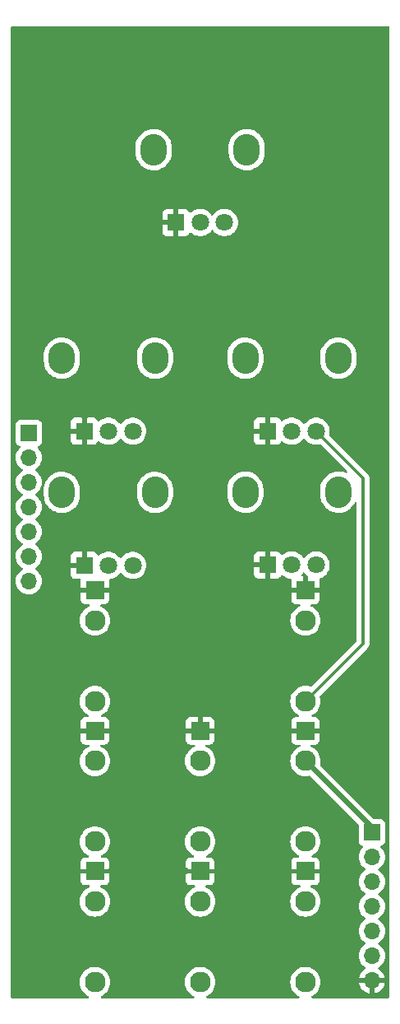
<source format=gbr>
%TF.GenerationSoftware,KiCad,Pcbnew,7.0.2-0*%
%TF.CreationDate,2023-10-10T18:06:45-05:00*%
%TF.ProjectId,Untitled,556e7469-746c-4656-942e-6b696361645f,rev?*%
%TF.SameCoordinates,Original*%
%TF.FileFunction,Copper,L2,Bot*%
%TF.FilePolarity,Positive*%
%FSLAX46Y46*%
G04 Gerber Fmt 4.6, Leading zero omitted, Abs format (unit mm)*
G04 Created by KiCad (PCBNEW 7.0.2-0) date 2023-10-10 18:06:45*
%MOMM*%
%LPD*%
G01*
G04 APERTURE LIST*
%TA.AperFunction,ComponentPad*%
%ADD10R,1.930000X1.830000*%
%TD*%
%TA.AperFunction,ComponentPad*%
%ADD11C,2.130000*%
%TD*%
%TA.AperFunction,ComponentPad*%
%ADD12O,2.720000X3.240000*%
%TD*%
%TA.AperFunction,ComponentPad*%
%ADD13R,1.800000X1.800000*%
%TD*%
%TA.AperFunction,ComponentPad*%
%ADD14C,1.800000*%
%TD*%
%TA.AperFunction,ComponentPad*%
%ADD15R,1.700000X1.700000*%
%TD*%
%TA.AperFunction,ComponentPad*%
%ADD16O,1.700000X1.700000*%
%TD*%
%TA.AperFunction,ViaPad*%
%ADD17C,0.800000*%
%TD*%
%TA.AperFunction,Conductor*%
%ADD18C,0.500000*%
%TD*%
%TA.AperFunction,Conductor*%
%ADD19C,0.300000*%
%TD*%
G04 APERTURE END LIST*
D10*
%TO.P,J4,S*%
%TO.N,GND*%
X178650000Y-118650000D03*
D11*
%TO.P,J4,T*%
%TO.N,/sync_b*%
X178650000Y-130050000D03*
%TO.P,J4,TN*%
%TO.N,unconnected-(J4-PadTN)*%
X178650000Y-121750000D03*
%TD*%
D10*
%TO.P,J6,S*%
%TO.N,GND*%
X167800000Y-104200000D03*
D11*
%TO.P,J6,T*%
%TO.N,/voct_b*%
X167800000Y-115600000D03*
%TO.P,J6,TN*%
%TO.N,unconnected-(J6-PadTN)*%
X167800000Y-107300000D03*
%TD*%
D10*
%TO.P,J1,S*%
%TO.N,GND*%
X189500000Y-104200000D03*
D11*
%TO.P,J1,T*%
%TO.N,Net-(J1-PadT)*%
X189500000Y-115600000D03*
%TO.P,J1,TN*%
%TO.N,unconnected-(J1-PadTN)*%
X189500000Y-107300000D03*
%TD*%
D12*
%TO.P,RV6,*%
%TO.N,*%
X164400000Y-94125000D03*
X174000000Y-94125000D03*
D13*
%TO.P,RV6,1,1*%
%TO.N,GND*%
X166700000Y-101625000D03*
D14*
%TO.P,RV6,2,2*%
%TO.N,/cvmod_b*%
X169200000Y-101625000D03*
%TO.P,RV6,3,3*%
%TO.N,Net-(J8-PadT)*%
X171700000Y-101625000D03*
%TD*%
D10*
%TO.P,J2,S*%
%TO.N,GND*%
X189500000Y-118650000D03*
D11*
%TO.P,J2,T*%
%TO.N,Net-(J2-PadT)*%
X189500000Y-130050000D03*
%TO.P,J2,TN*%
%TO.N,+5V*%
X189500000Y-121750000D03*
%TD*%
D12*
%TO.P,RV4,*%
%TO.N,*%
X173850000Y-58875000D03*
X183450000Y-58875000D03*
D13*
%TO.P,RV4,1,1*%
%TO.N,GND*%
X176150000Y-66375000D03*
D14*
%TO.P,RV4,2,2*%
%TO.N,/coarse2_b*%
X178650000Y-66375000D03*
%TO.P,RV4,3,3*%
%TO.N,/coarse3_b*%
X181150000Y-66375000D03*
%TD*%
D12*
%TO.P,RV5,*%
%TO.N,*%
X164400000Y-80325000D03*
X174000000Y-80325000D03*
D13*
%TO.P,RV5,1,1*%
%TO.N,GND*%
X166700000Y-87825000D03*
D14*
%TO.P,RV5,2,2*%
%TO.N,/fine2_b*%
X169200000Y-87825000D03*
%TO.P,RV5,3,3*%
%TO.N,/fine3_b*%
X171700000Y-87825000D03*
%TD*%
D12*
%TO.P,RV3,*%
%TO.N,*%
X183300000Y-94100000D03*
X192900000Y-94100000D03*
D13*
%TO.P,RV3,1,1*%
%TO.N,GND*%
X185600000Y-101600000D03*
D14*
%TO.P,RV3,2,2*%
%TO.N,/pwm_b*%
X188100000Y-101600000D03*
%TO.P,RV3,3,3*%
%TO.N,Net-(J2-PadT)*%
X190600000Y-101600000D03*
%TD*%
D10*
%TO.P,J3,S*%
%TO.N,GND*%
X167800000Y-133100000D03*
D11*
%TO.P,J3,T*%
%TO.N,/pulse_b*%
X167800000Y-144500000D03*
%TO.P,J3,TN*%
%TO.N,unconnected-(J3-PadTN)*%
X167800000Y-136200000D03*
%TD*%
D10*
%TO.P,J9,S*%
%TO.N,GND*%
X189500000Y-133100000D03*
D11*
%TO.P,J9,T*%
%TO.N,/tri_b*%
X189500000Y-144500000D03*
%TO.P,J9,TN*%
%TO.N,unconnected-(J9-PadTN)*%
X189500000Y-136200000D03*
%TD*%
D10*
%TO.P,J5,S*%
%TO.N,GND*%
X178650000Y-133100000D03*
D11*
%TO.P,J5,T*%
%TO.N,/saw_b*%
X178650000Y-144500000D03*
%TO.P,J5,TN*%
%TO.N,unconnected-(J5-PadTN)*%
X178650000Y-136200000D03*
%TD*%
D10*
%TO.P,J8,S*%
%TO.N,GND*%
X167800000Y-118650000D03*
D11*
%TO.P,J8,T*%
%TO.N,Net-(J8-PadT)*%
X167800000Y-130050000D03*
%TO.P,J8,TN*%
%TO.N,unconnected-(J8-PadTN)*%
X167800000Y-121750000D03*
%TD*%
D12*
%TO.P,RV2,*%
%TO.N,*%
X183300000Y-80325000D03*
X192900000Y-80325000D03*
D13*
%TO.P,RV2,1,1*%
%TO.N,GND*%
X185600000Y-87825000D03*
D14*
%TO.P,RV2,2,2*%
%TO.N,/linfm_b*%
X188100000Y-87825000D03*
%TO.P,RV2,3,3*%
%TO.N,Net-(J1-PadT)*%
X190600000Y-87825000D03*
%TD*%
D15*
%TO.P,J13,1,Pin_1*%
%TO.N,+5V*%
X196350000Y-129100000D03*
D16*
%TO.P,J13,2,Pin_2*%
%TO.N,/pwm_b*%
X196350000Y-131640000D03*
%TO.P,J13,3,Pin_3*%
%TO.N,/sync_b*%
X196350000Y-134180000D03*
%TO.P,J13,4,Pin_4*%
%TO.N,/pulse_b*%
X196350000Y-136720000D03*
%TO.P,J13,5,Pin_5*%
%TO.N,/saw_b*%
X196350000Y-139260000D03*
%TO.P,J13,6,Pin_6*%
%TO.N,/tri_b*%
X196350000Y-141800000D03*
%TO.P,J13,7,Pin_7*%
%TO.N,GND*%
X196350000Y-144340000D03*
%TD*%
D15*
%TO.P,J10,1,Pin_1*%
%TO.N,/coarse2_b*%
X161000000Y-88000000D03*
D16*
%TO.P,J10,2,Pin_2*%
%TO.N,/coarse3_b*%
X161000000Y-90540000D03*
%TO.P,J10,3,Pin_3*%
%TO.N,/fine2_b*%
X161000000Y-93080000D03*
%TO.P,J10,4,Pin_4*%
%TO.N,/fine3_b*%
X161000000Y-95620000D03*
%TO.P,J10,5,Pin_5*%
%TO.N,/linfm_b*%
X161000000Y-98160000D03*
%TO.P,J10,6,Pin_6*%
%TO.N,/cvmod_b*%
X161000000Y-100700000D03*
%TO.P,J10,7,Pin_7*%
%TO.N,/voct_b*%
X161000000Y-103240000D03*
%TD*%
D17*
%TO.N,GND*%
X169550000Y-133100000D03*
X177050000Y-133100000D03*
X166050000Y-118650000D03*
X164950000Y-101600000D03*
X185600000Y-86100000D03*
X166050000Y-104200000D03*
X175700000Y-144300000D03*
X186400000Y-144300000D03*
X191200000Y-118650000D03*
X166700000Y-86200000D03*
X191300000Y-133100000D03*
X183850000Y-101600000D03*
X168050000Y-91700000D03*
X176900000Y-118650000D03*
X176150000Y-64550000D03*
%TD*%
D18*
%TO.N,+5V*%
X196350000Y-129100000D02*
X196350000Y-128600000D01*
X196350000Y-128600000D02*
X189500000Y-121750000D01*
D19*
%TO.N,Net-(J1-PadT)*%
X189500000Y-115600000D02*
X195450000Y-109650000D01*
X195450000Y-109650000D02*
X195450000Y-92675000D01*
X195450000Y-92675000D02*
X190600000Y-87825000D01*
%TD*%
%TA.AperFunction,Conductor*%
%TO.N,GND*%
G36*
X189431904Y-102380916D02*
G01*
X189453807Y-102406192D01*
X189491021Y-102463153D01*
X189648216Y-102633913D01*
X189702163Y-102675901D01*
X189742975Y-102732611D01*
X189750000Y-102773754D01*
X189750000Y-103641335D01*
X189726341Y-103628329D01*
X189577061Y-103590000D01*
X189461625Y-103590000D01*
X189347094Y-103604469D01*
X189250000Y-103642911D01*
X189250000Y-102785000D01*
X189195390Y-102785000D01*
X189128351Y-102765315D01*
X189082596Y-102712511D01*
X189072652Y-102643353D01*
X189101677Y-102579797D01*
X189104160Y-102577017D01*
X189104975Y-102576132D01*
X189208979Y-102463153D01*
X189246192Y-102406194D01*
X189299337Y-102360838D01*
X189368568Y-102351414D01*
X189431904Y-102380916D01*
G37*
%TD.AperFunction*%
%TA.AperFunction,Conductor*%
G36*
X198092539Y-46170185D02*
G01*
X198138294Y-46222989D01*
X198149500Y-46274500D01*
X198149500Y-146025500D01*
X198129815Y-146092539D01*
X198077011Y-146138294D01*
X198025500Y-146149500D01*
X190231993Y-146149500D01*
X190164954Y-146129815D01*
X190119199Y-146077011D01*
X190109255Y-146007853D01*
X190138280Y-145944297D01*
X190184538Y-145910939D01*
X190212920Y-145899184D01*
X190423023Y-145770433D01*
X190610399Y-145610399D01*
X190770433Y-145423023D01*
X190899184Y-145212920D01*
X190993483Y-144985262D01*
X191051007Y-144745655D01*
X191070341Y-144500000D01*
X191051007Y-144254345D01*
X190993483Y-144014738D01*
X190899184Y-143787080D01*
X190770433Y-143576977D01*
X190610399Y-143389601D01*
X190423023Y-143229567D01*
X190212920Y-143100816D01*
X190084938Y-143047804D01*
X189985261Y-143006516D01*
X189745656Y-142948993D01*
X189622827Y-142939325D01*
X189500000Y-142929659D01*
X189499999Y-142929659D01*
X189254343Y-142948993D01*
X189014738Y-143006516D01*
X188787078Y-143100817D01*
X188576978Y-143229566D01*
X188389601Y-143389601D01*
X188229566Y-143576978D01*
X188100817Y-143787078D01*
X188006516Y-144014738D01*
X187948993Y-144254343D01*
X187929659Y-144500000D01*
X187948993Y-144745656D01*
X188006516Y-144985261D01*
X188053666Y-145099090D01*
X188100816Y-145212920D01*
X188229567Y-145423023D01*
X188389601Y-145610399D01*
X188576977Y-145770433D01*
X188787080Y-145899184D01*
X188815460Y-145910939D01*
X188869863Y-145954780D01*
X188891928Y-146021074D01*
X188874649Y-146088774D01*
X188823511Y-146136384D01*
X188768007Y-146149500D01*
X179381993Y-146149500D01*
X179314954Y-146129815D01*
X179269199Y-146077011D01*
X179259255Y-146007853D01*
X179288280Y-145944297D01*
X179334538Y-145910939D01*
X179362920Y-145899184D01*
X179573023Y-145770433D01*
X179760399Y-145610399D01*
X179920433Y-145423023D01*
X180049184Y-145212920D01*
X180143483Y-144985262D01*
X180201007Y-144745655D01*
X180220341Y-144500000D01*
X180201007Y-144254345D01*
X180143483Y-144014738D01*
X180049184Y-143787080D01*
X179920433Y-143576977D01*
X179760399Y-143389601D01*
X179573023Y-143229567D01*
X179362920Y-143100816D01*
X179234938Y-143047804D01*
X179135261Y-143006516D01*
X178895656Y-142948993D01*
X178772827Y-142939326D01*
X178650000Y-142929659D01*
X178649999Y-142929659D01*
X178404343Y-142948993D01*
X178164738Y-143006516D01*
X177937078Y-143100817D01*
X177726978Y-143229566D01*
X177539601Y-143389601D01*
X177379566Y-143576978D01*
X177250817Y-143787078D01*
X177156516Y-144014738D01*
X177098993Y-144254343D01*
X177079659Y-144500000D01*
X177098993Y-144745656D01*
X177156516Y-144985261D01*
X177203666Y-145099090D01*
X177250816Y-145212920D01*
X177379567Y-145423023D01*
X177539601Y-145610399D01*
X177726977Y-145770433D01*
X177937080Y-145899184D01*
X177965460Y-145910939D01*
X178019863Y-145954780D01*
X178041928Y-146021074D01*
X178024649Y-146088774D01*
X177973511Y-146136384D01*
X177918007Y-146149500D01*
X168531993Y-146149500D01*
X168464954Y-146129815D01*
X168419199Y-146077011D01*
X168409255Y-146007853D01*
X168438280Y-145944297D01*
X168484538Y-145910939D01*
X168512920Y-145899184D01*
X168723023Y-145770433D01*
X168910399Y-145610399D01*
X169070433Y-145423023D01*
X169199184Y-145212920D01*
X169293483Y-144985262D01*
X169351007Y-144745655D01*
X169370341Y-144500000D01*
X169351007Y-144254345D01*
X169293483Y-144014738D01*
X169199184Y-143787080D01*
X169070433Y-143576977D01*
X168910399Y-143389601D01*
X168723023Y-143229567D01*
X168512920Y-143100816D01*
X168384938Y-143047804D01*
X168285261Y-143006516D01*
X168045656Y-142948993D01*
X167800000Y-142929659D01*
X167554343Y-142948993D01*
X167314738Y-143006516D01*
X167087078Y-143100817D01*
X166876978Y-143229566D01*
X166689601Y-143389601D01*
X166529566Y-143576978D01*
X166400817Y-143787078D01*
X166306516Y-144014738D01*
X166248993Y-144254343D01*
X166229659Y-144500000D01*
X166248993Y-144745656D01*
X166306516Y-144985261D01*
X166353666Y-145099091D01*
X166400816Y-145212920D01*
X166529567Y-145423023D01*
X166689601Y-145610399D01*
X166876977Y-145770433D01*
X167087080Y-145899184D01*
X167115460Y-145910939D01*
X167169863Y-145954780D01*
X167191928Y-146021074D01*
X167174649Y-146088774D01*
X167123511Y-146136384D01*
X167068007Y-146149500D01*
X159274500Y-146149500D01*
X159207461Y-146129815D01*
X159161706Y-146077011D01*
X159150500Y-146025500D01*
X159150500Y-136199999D01*
X166229659Y-136199999D01*
X166248993Y-136445656D01*
X166306516Y-136685261D01*
X166320906Y-136720000D01*
X166400816Y-136912920D01*
X166529567Y-137123023D01*
X166689601Y-137310399D01*
X166876977Y-137470433D01*
X167087080Y-137599184D01*
X167314738Y-137693483D01*
X167554345Y-137751007D01*
X167800000Y-137770341D01*
X168045655Y-137751007D01*
X168285262Y-137693483D01*
X168512920Y-137599184D01*
X168723023Y-137470433D01*
X168910399Y-137310399D01*
X169070433Y-137123023D01*
X169199184Y-136912920D01*
X169293483Y-136685262D01*
X169351007Y-136445655D01*
X169370341Y-136200000D01*
X177079659Y-136200000D01*
X177098993Y-136445656D01*
X177156516Y-136685261D01*
X177170906Y-136720000D01*
X177250816Y-136912920D01*
X177379567Y-137123023D01*
X177539601Y-137310399D01*
X177726977Y-137470433D01*
X177937080Y-137599184D01*
X178164738Y-137693483D01*
X178404345Y-137751007D01*
X178650000Y-137770341D01*
X178895655Y-137751007D01*
X179135262Y-137693483D01*
X179362920Y-137599184D01*
X179573023Y-137470433D01*
X179760399Y-137310399D01*
X179920433Y-137123023D01*
X180049184Y-136912920D01*
X180143483Y-136685262D01*
X180201007Y-136445655D01*
X180220341Y-136200000D01*
X180220341Y-136199999D01*
X187929659Y-136199999D01*
X187948993Y-136445656D01*
X188006516Y-136685261D01*
X188020906Y-136720000D01*
X188100816Y-136912920D01*
X188229567Y-137123023D01*
X188389601Y-137310399D01*
X188576977Y-137470433D01*
X188787080Y-137599184D01*
X189014738Y-137693483D01*
X189254345Y-137751007D01*
X189500000Y-137770341D01*
X189745655Y-137751007D01*
X189985262Y-137693483D01*
X190212920Y-137599184D01*
X190423023Y-137470433D01*
X190610399Y-137310399D01*
X190770433Y-137123023D01*
X190899184Y-136912920D01*
X190993483Y-136685262D01*
X191051007Y-136445655D01*
X191070341Y-136200000D01*
X191051007Y-135954345D01*
X190993483Y-135714738D01*
X190899184Y-135487080D01*
X190770433Y-135276977D01*
X190610399Y-135089601D01*
X190423023Y-134929567D01*
X190212920Y-134800816D01*
X190098835Y-134753560D01*
X190044433Y-134709720D01*
X190022368Y-134643426D01*
X190039647Y-134575726D01*
X190090785Y-134528116D01*
X190146289Y-134515000D01*
X190509518Y-134515000D01*
X190516132Y-134514645D01*
X190572371Y-134508599D01*
X190707089Y-134458352D01*
X190822188Y-134372188D01*
X190908352Y-134257089D01*
X190958599Y-134122371D01*
X190964645Y-134066132D01*
X190965000Y-134059518D01*
X190965000Y-133350000D01*
X190056520Y-133350000D01*
X190084755Y-133289998D01*
X190113635Y-133138607D01*
X190103957Y-132984789D01*
X190060162Y-132850000D01*
X190965000Y-132850000D01*
X190965000Y-132140481D01*
X190964645Y-132133867D01*
X190958599Y-132077628D01*
X190908352Y-131942910D01*
X190822188Y-131827811D01*
X190707089Y-131741647D01*
X190572371Y-131691400D01*
X190516132Y-131685354D01*
X190509518Y-131685000D01*
X190266999Y-131685000D01*
X190199960Y-131665315D01*
X190154205Y-131612511D01*
X190144261Y-131543353D01*
X190173286Y-131479797D01*
X190205845Y-131456317D01*
X190204599Y-131454283D01*
X190212920Y-131449184D01*
X190423023Y-131320433D01*
X190610399Y-131160399D01*
X190770433Y-130973023D01*
X190899184Y-130762920D01*
X190993483Y-130535262D01*
X191051007Y-130295655D01*
X191070341Y-130050000D01*
X191051007Y-129804345D01*
X190993483Y-129564738D01*
X190899184Y-129337080D01*
X190770433Y-129126977D01*
X190610399Y-128939601D01*
X190423023Y-128779567D01*
X190212920Y-128650816D01*
X190099091Y-128603666D01*
X189985261Y-128556516D01*
X189745656Y-128498993D01*
X189622827Y-128489325D01*
X189500000Y-128479659D01*
X189499999Y-128479659D01*
X189254343Y-128498993D01*
X189014738Y-128556516D01*
X188787078Y-128650817D01*
X188576978Y-128779566D01*
X188389601Y-128939601D01*
X188229566Y-129126978D01*
X188100817Y-129337078D01*
X188006516Y-129564738D01*
X187948993Y-129804343D01*
X187929659Y-130050000D01*
X187948993Y-130295656D01*
X188006516Y-130535261D01*
X188040962Y-130618419D01*
X188100816Y-130762920D01*
X188229567Y-130973023D01*
X188389601Y-131160399D01*
X188576977Y-131320433D01*
X188787080Y-131449184D01*
X188795401Y-131454283D01*
X188793677Y-131457094D01*
X188834858Y-131490281D01*
X188856922Y-131556575D01*
X188839642Y-131624275D01*
X188788504Y-131671885D01*
X188733001Y-131685000D01*
X188490482Y-131685000D01*
X188483867Y-131685354D01*
X188427628Y-131691400D01*
X188292910Y-131741647D01*
X188177811Y-131827811D01*
X188091647Y-131942910D01*
X188041400Y-132077628D01*
X188035354Y-132133867D01*
X188035000Y-132140481D01*
X188035000Y-132850000D01*
X188943480Y-132850000D01*
X188915245Y-132910002D01*
X188886365Y-133061393D01*
X188896043Y-133215211D01*
X188939838Y-133350000D01*
X188035000Y-133350000D01*
X188035000Y-134059518D01*
X188035354Y-134066132D01*
X188041400Y-134122371D01*
X188091647Y-134257089D01*
X188177811Y-134372188D01*
X188292910Y-134458352D01*
X188427628Y-134508599D01*
X188483867Y-134514645D01*
X188490482Y-134515000D01*
X188853711Y-134515000D01*
X188920750Y-134534685D01*
X188966505Y-134587489D01*
X188976449Y-134656647D01*
X188947424Y-134720203D01*
X188901164Y-134753561D01*
X188787078Y-134800817D01*
X188576978Y-134929566D01*
X188389601Y-135089601D01*
X188229566Y-135276978D01*
X188100817Y-135487078D01*
X188006516Y-135714738D01*
X187948993Y-135954343D01*
X187929659Y-136199999D01*
X180220341Y-136199999D01*
X180201007Y-135954345D01*
X180143483Y-135714738D01*
X180049184Y-135487080D01*
X179920433Y-135276977D01*
X179760399Y-135089601D01*
X179573023Y-134929567D01*
X179362920Y-134800816D01*
X179248835Y-134753560D01*
X179194433Y-134709720D01*
X179172368Y-134643426D01*
X179189647Y-134575726D01*
X179240785Y-134528116D01*
X179296289Y-134515000D01*
X179659518Y-134515000D01*
X179666132Y-134514645D01*
X179722371Y-134508599D01*
X179857089Y-134458352D01*
X179972188Y-134372188D01*
X180058352Y-134257089D01*
X180108599Y-134122371D01*
X180114645Y-134066132D01*
X180115000Y-134059518D01*
X180115000Y-133350000D01*
X179206520Y-133350000D01*
X179234755Y-133289998D01*
X179263635Y-133138607D01*
X179253957Y-132984789D01*
X179210162Y-132850000D01*
X180115000Y-132850000D01*
X180115000Y-132140481D01*
X180114645Y-132133867D01*
X180108599Y-132077628D01*
X180058352Y-131942910D01*
X179972188Y-131827811D01*
X179857089Y-131741647D01*
X179722371Y-131691400D01*
X179666132Y-131685354D01*
X179659518Y-131685000D01*
X179416999Y-131685000D01*
X179349960Y-131665315D01*
X179304205Y-131612511D01*
X179294261Y-131543353D01*
X179323286Y-131479797D01*
X179355845Y-131456317D01*
X179354599Y-131454283D01*
X179362920Y-131449184D01*
X179573023Y-131320433D01*
X179760399Y-131160399D01*
X179920433Y-130973023D01*
X180049184Y-130762920D01*
X180143483Y-130535262D01*
X180201007Y-130295655D01*
X180220341Y-130050000D01*
X180201007Y-129804345D01*
X180143483Y-129564738D01*
X180049184Y-129337080D01*
X179920433Y-129126977D01*
X179760399Y-128939601D01*
X179573023Y-128779567D01*
X179362920Y-128650816D01*
X179249090Y-128603666D01*
X179135261Y-128556516D01*
X178895656Y-128498993D01*
X178772827Y-128489325D01*
X178650000Y-128479659D01*
X178649999Y-128479659D01*
X178404343Y-128498993D01*
X178164738Y-128556516D01*
X177937078Y-128650817D01*
X177726978Y-128779566D01*
X177539601Y-128939601D01*
X177379566Y-129126978D01*
X177250817Y-129337078D01*
X177156516Y-129564738D01*
X177098993Y-129804343D01*
X177079659Y-130049999D01*
X177098993Y-130295656D01*
X177156516Y-130535261D01*
X177190962Y-130618419D01*
X177250816Y-130762920D01*
X177379567Y-130973023D01*
X177539601Y-131160399D01*
X177726977Y-131320433D01*
X177937080Y-131449184D01*
X177945401Y-131454283D01*
X177943677Y-131457094D01*
X177984858Y-131490281D01*
X178006922Y-131556575D01*
X177989642Y-131624275D01*
X177938504Y-131671885D01*
X177883001Y-131685000D01*
X177640482Y-131685000D01*
X177633867Y-131685354D01*
X177577628Y-131691400D01*
X177442910Y-131741647D01*
X177327811Y-131827811D01*
X177241647Y-131942910D01*
X177191400Y-132077628D01*
X177185354Y-132133867D01*
X177185000Y-132140481D01*
X177185000Y-132850000D01*
X178093480Y-132850000D01*
X178065245Y-132910002D01*
X178036365Y-133061393D01*
X178046043Y-133215211D01*
X178089838Y-133350000D01*
X177185000Y-133350000D01*
X177185000Y-134059518D01*
X177185354Y-134066132D01*
X177191400Y-134122371D01*
X177241647Y-134257089D01*
X177327811Y-134372188D01*
X177442910Y-134458352D01*
X177577628Y-134508599D01*
X177633867Y-134514645D01*
X177640482Y-134515000D01*
X178003711Y-134515000D01*
X178070750Y-134534685D01*
X178116505Y-134587489D01*
X178126449Y-134656647D01*
X178097424Y-134720203D01*
X178051164Y-134753561D01*
X177937078Y-134800817D01*
X177726978Y-134929566D01*
X177539601Y-135089601D01*
X177379566Y-135276978D01*
X177250817Y-135487078D01*
X177156516Y-135714738D01*
X177098993Y-135954343D01*
X177079659Y-136200000D01*
X169370341Y-136200000D01*
X169351007Y-135954345D01*
X169293483Y-135714738D01*
X169199184Y-135487080D01*
X169070433Y-135276977D01*
X168910399Y-135089601D01*
X168723023Y-134929567D01*
X168512920Y-134800816D01*
X168398835Y-134753560D01*
X168344433Y-134709720D01*
X168322368Y-134643426D01*
X168339647Y-134575726D01*
X168390785Y-134528116D01*
X168446289Y-134515000D01*
X168809518Y-134515000D01*
X168816132Y-134514645D01*
X168872371Y-134508599D01*
X169007089Y-134458352D01*
X169122188Y-134372188D01*
X169208352Y-134257089D01*
X169258599Y-134122371D01*
X169264645Y-134066132D01*
X169265000Y-134059518D01*
X169265000Y-133350000D01*
X168356520Y-133350000D01*
X168384755Y-133289998D01*
X168413635Y-133138607D01*
X168403957Y-132984789D01*
X168360162Y-132850000D01*
X169265000Y-132850000D01*
X169265000Y-132140481D01*
X169264645Y-132133867D01*
X169258599Y-132077628D01*
X169208352Y-131942910D01*
X169122188Y-131827811D01*
X169007089Y-131741647D01*
X168872371Y-131691400D01*
X168816132Y-131685354D01*
X168809518Y-131685000D01*
X168566999Y-131685000D01*
X168499960Y-131665315D01*
X168454205Y-131612511D01*
X168444261Y-131543353D01*
X168473286Y-131479797D01*
X168505845Y-131456317D01*
X168504599Y-131454283D01*
X168512920Y-131449184D01*
X168723023Y-131320433D01*
X168910399Y-131160399D01*
X169070433Y-130973023D01*
X169199184Y-130762920D01*
X169293483Y-130535262D01*
X169351007Y-130295655D01*
X169370341Y-130050000D01*
X169351007Y-129804345D01*
X169293483Y-129564738D01*
X169199184Y-129337080D01*
X169070433Y-129126977D01*
X168910399Y-128939601D01*
X168723023Y-128779567D01*
X168512920Y-128650816D01*
X168399091Y-128603666D01*
X168285261Y-128556516D01*
X168045656Y-128498993D01*
X167800000Y-128479659D01*
X167554343Y-128498993D01*
X167314738Y-128556516D01*
X167087078Y-128650817D01*
X166876978Y-128779566D01*
X166689601Y-128939601D01*
X166529566Y-129126978D01*
X166400817Y-129337078D01*
X166306516Y-129564738D01*
X166248993Y-129804343D01*
X166229659Y-130050000D01*
X166248993Y-130295656D01*
X166306516Y-130535261D01*
X166340962Y-130618419D01*
X166400816Y-130762920D01*
X166529567Y-130973023D01*
X166689601Y-131160399D01*
X166876977Y-131320433D01*
X167087080Y-131449184D01*
X167095401Y-131454283D01*
X167093677Y-131457094D01*
X167134858Y-131490281D01*
X167156922Y-131556575D01*
X167139642Y-131624275D01*
X167088504Y-131671885D01*
X167033001Y-131685000D01*
X166790482Y-131685000D01*
X166783867Y-131685354D01*
X166727628Y-131691400D01*
X166592910Y-131741647D01*
X166477811Y-131827811D01*
X166391647Y-131942910D01*
X166341400Y-132077628D01*
X166335354Y-132133867D01*
X166335000Y-132140481D01*
X166335000Y-132850000D01*
X167243480Y-132850000D01*
X167215245Y-132910002D01*
X167186365Y-133061393D01*
X167196043Y-133215211D01*
X167239838Y-133350000D01*
X166335000Y-133350000D01*
X166335000Y-134059518D01*
X166335354Y-134066132D01*
X166341400Y-134122371D01*
X166391647Y-134257089D01*
X166477811Y-134372188D01*
X166592910Y-134458352D01*
X166727628Y-134508599D01*
X166783867Y-134514645D01*
X166790482Y-134515000D01*
X167153711Y-134515000D01*
X167220750Y-134534685D01*
X167266505Y-134587489D01*
X167276449Y-134656647D01*
X167247424Y-134720203D01*
X167201164Y-134753561D01*
X167087078Y-134800817D01*
X166876978Y-134929566D01*
X166689601Y-135089601D01*
X166529566Y-135276978D01*
X166400817Y-135487078D01*
X166306516Y-135714738D01*
X166248993Y-135954343D01*
X166229659Y-136199999D01*
X159150500Y-136199999D01*
X159150500Y-121749999D01*
X166229659Y-121749999D01*
X166248993Y-121995656D01*
X166306516Y-122235261D01*
X166353666Y-122349090D01*
X166400816Y-122462920D01*
X166529567Y-122673023D01*
X166689601Y-122860399D01*
X166876977Y-123020433D01*
X167087080Y-123149184D01*
X167314738Y-123243483D01*
X167554345Y-123301007D01*
X167800000Y-123320341D01*
X168045655Y-123301007D01*
X168285262Y-123243483D01*
X168512920Y-123149184D01*
X168723023Y-123020433D01*
X168910399Y-122860399D01*
X169070433Y-122673023D01*
X169199184Y-122462920D01*
X169293483Y-122235262D01*
X169351007Y-121995655D01*
X169370341Y-121750000D01*
X169370341Y-121749999D01*
X177079659Y-121749999D01*
X177098993Y-121995656D01*
X177156516Y-122235261D01*
X177203666Y-122349090D01*
X177250816Y-122462920D01*
X177379567Y-122673023D01*
X177539601Y-122860399D01*
X177726977Y-123020433D01*
X177937080Y-123149184D01*
X178164738Y-123243483D01*
X178404345Y-123301007D01*
X178650000Y-123320341D01*
X178895655Y-123301007D01*
X179135262Y-123243483D01*
X179362920Y-123149184D01*
X179573023Y-123020433D01*
X179760399Y-122860399D01*
X179920433Y-122673023D01*
X180049184Y-122462920D01*
X180143483Y-122235262D01*
X180201007Y-121995655D01*
X180220341Y-121750000D01*
X180201007Y-121504345D01*
X180143483Y-121264738D01*
X180049184Y-121037080D01*
X179920433Y-120826977D01*
X179760399Y-120639601D01*
X179573023Y-120479567D01*
X179362920Y-120350816D01*
X179248835Y-120303560D01*
X179194433Y-120259720D01*
X179172368Y-120193426D01*
X179189647Y-120125726D01*
X179240785Y-120078116D01*
X179296289Y-120065000D01*
X179659518Y-120065000D01*
X179666132Y-120064645D01*
X179722371Y-120058599D01*
X179857089Y-120008352D01*
X179972188Y-119922188D01*
X180058352Y-119807089D01*
X180108599Y-119672371D01*
X180114645Y-119616132D01*
X180115000Y-119609518D01*
X180115000Y-118900000D01*
X179206520Y-118900000D01*
X179234755Y-118839998D01*
X179263635Y-118688607D01*
X179253957Y-118534789D01*
X179210162Y-118400000D01*
X180115000Y-118400000D01*
X180115000Y-117690481D01*
X180114645Y-117683867D01*
X180108599Y-117627628D01*
X180058352Y-117492910D01*
X179972188Y-117377811D01*
X179857089Y-117291647D01*
X179722371Y-117241400D01*
X179666132Y-117235354D01*
X179659518Y-117235000D01*
X178900000Y-117235000D01*
X178900000Y-118091335D01*
X178876341Y-118078329D01*
X178727061Y-118040000D01*
X178611625Y-118040000D01*
X178497094Y-118054469D01*
X178400000Y-118092911D01*
X178400000Y-117235000D01*
X177640482Y-117235000D01*
X177633867Y-117235354D01*
X177577628Y-117241400D01*
X177442910Y-117291647D01*
X177327811Y-117377811D01*
X177241647Y-117492910D01*
X177191400Y-117627628D01*
X177185354Y-117683867D01*
X177185000Y-117690481D01*
X177185000Y-118400000D01*
X178093480Y-118400000D01*
X178065245Y-118460002D01*
X178036365Y-118611393D01*
X178046043Y-118765211D01*
X178089838Y-118900000D01*
X177185000Y-118900000D01*
X177185000Y-119609518D01*
X177185354Y-119616132D01*
X177191400Y-119672371D01*
X177241647Y-119807089D01*
X177327811Y-119922188D01*
X177442910Y-120008352D01*
X177577628Y-120058599D01*
X177633867Y-120064645D01*
X177640482Y-120065000D01*
X178003711Y-120065000D01*
X178070750Y-120084685D01*
X178116505Y-120137489D01*
X178126449Y-120206647D01*
X178097424Y-120270203D01*
X178051164Y-120303561D01*
X177937078Y-120350817D01*
X177726978Y-120479566D01*
X177539601Y-120639601D01*
X177379566Y-120826978D01*
X177250817Y-121037078D01*
X177156516Y-121264738D01*
X177098993Y-121504343D01*
X177079659Y-121749999D01*
X169370341Y-121749999D01*
X169351007Y-121504345D01*
X169293483Y-121264738D01*
X169199184Y-121037080D01*
X169070433Y-120826977D01*
X168910399Y-120639601D01*
X168723023Y-120479567D01*
X168512920Y-120350816D01*
X168398835Y-120303560D01*
X168344433Y-120259720D01*
X168322368Y-120193426D01*
X168339647Y-120125726D01*
X168390785Y-120078116D01*
X168446289Y-120065000D01*
X168809518Y-120065000D01*
X168816132Y-120064645D01*
X168872371Y-120058599D01*
X169007089Y-120008352D01*
X169122188Y-119922188D01*
X169208352Y-119807089D01*
X169258599Y-119672371D01*
X169264645Y-119616132D01*
X169265000Y-119609518D01*
X169265000Y-118900000D01*
X168356520Y-118900000D01*
X168384755Y-118839998D01*
X168413635Y-118688607D01*
X168403957Y-118534789D01*
X168360162Y-118400000D01*
X169265000Y-118400000D01*
X169265000Y-117690481D01*
X169264645Y-117683867D01*
X169258599Y-117627628D01*
X169208352Y-117492910D01*
X169122188Y-117377811D01*
X169007089Y-117291647D01*
X168872371Y-117241400D01*
X168816132Y-117235354D01*
X168809518Y-117235000D01*
X168566999Y-117235000D01*
X168499960Y-117215315D01*
X168454205Y-117162511D01*
X168444261Y-117093353D01*
X168473286Y-117029797D01*
X168505845Y-117006317D01*
X168504599Y-117004283D01*
X168512920Y-116999184D01*
X168723023Y-116870433D01*
X168910399Y-116710399D01*
X169070433Y-116523023D01*
X169199184Y-116312920D01*
X169293483Y-116085262D01*
X169351007Y-115845655D01*
X169370341Y-115600000D01*
X169351007Y-115354345D01*
X169293483Y-115114738D01*
X169199184Y-114887080D01*
X169070433Y-114676977D01*
X168910399Y-114489601D01*
X168723023Y-114329567D01*
X168512920Y-114200816D01*
X168347682Y-114132372D01*
X168285261Y-114106516D01*
X168045656Y-114048993D01*
X167800000Y-114029659D01*
X167554343Y-114048993D01*
X167314738Y-114106516D01*
X167087078Y-114200817D01*
X166876978Y-114329566D01*
X166689601Y-114489601D01*
X166529566Y-114676978D01*
X166400817Y-114887078D01*
X166306516Y-115114738D01*
X166248993Y-115354343D01*
X166229659Y-115600000D01*
X166248993Y-115845656D01*
X166306516Y-116085261D01*
X166353666Y-116199090D01*
X166400816Y-116312920D01*
X166529567Y-116523023D01*
X166689601Y-116710399D01*
X166876977Y-116870433D01*
X167087080Y-116999184D01*
X167095401Y-117004283D01*
X167093677Y-117007094D01*
X167134858Y-117040281D01*
X167156922Y-117106575D01*
X167139642Y-117174275D01*
X167088504Y-117221885D01*
X167033001Y-117235000D01*
X166790482Y-117235000D01*
X166783867Y-117235354D01*
X166727628Y-117241400D01*
X166592910Y-117291647D01*
X166477811Y-117377811D01*
X166391647Y-117492910D01*
X166341400Y-117627628D01*
X166335354Y-117683867D01*
X166335000Y-117690481D01*
X166335000Y-118400000D01*
X167243480Y-118400000D01*
X167215245Y-118460002D01*
X167186365Y-118611393D01*
X167196043Y-118765211D01*
X167239838Y-118900000D01*
X166335000Y-118900000D01*
X166335000Y-119609518D01*
X166335354Y-119616132D01*
X166341400Y-119672371D01*
X166391647Y-119807089D01*
X166477811Y-119922188D01*
X166592910Y-120008352D01*
X166727628Y-120058599D01*
X166783867Y-120064645D01*
X166790482Y-120065000D01*
X167153711Y-120065000D01*
X167220750Y-120084685D01*
X167266505Y-120137489D01*
X167276449Y-120206647D01*
X167247424Y-120270203D01*
X167201164Y-120303561D01*
X167087078Y-120350817D01*
X166876978Y-120479566D01*
X166689601Y-120639601D01*
X166529566Y-120826978D01*
X166400817Y-121037078D01*
X166306516Y-121264738D01*
X166248993Y-121504343D01*
X166229659Y-121749999D01*
X159150500Y-121749999D01*
X159150500Y-103240000D01*
X159644340Y-103240000D01*
X159664936Y-103475407D01*
X159709709Y-103642501D01*
X159726097Y-103703663D01*
X159825965Y-103917830D01*
X159961505Y-104111401D01*
X160128599Y-104278495D01*
X160322170Y-104414035D01*
X160536337Y-104513903D01*
X160764592Y-104575063D01*
X161000000Y-104595659D01*
X161235408Y-104575063D01*
X161463663Y-104513903D01*
X161677830Y-104414035D01*
X161871401Y-104278495D01*
X162038495Y-104111401D01*
X162174035Y-103917830D01*
X162273903Y-103703663D01*
X162335063Y-103475408D01*
X162355659Y-103240000D01*
X162335063Y-103004592D01*
X162273903Y-102776337D01*
X162177461Y-102569518D01*
X165300000Y-102569518D01*
X165300354Y-102576132D01*
X165306400Y-102632371D01*
X165356647Y-102767089D01*
X165442811Y-102882188D01*
X165557910Y-102968352D01*
X165692628Y-103018599D01*
X165748867Y-103024645D01*
X165755482Y-103025000D01*
X166219765Y-103025000D01*
X166286804Y-103044685D01*
X166332559Y-103097489D01*
X166343054Y-103162256D01*
X166335354Y-103233869D01*
X166335000Y-103240481D01*
X166335000Y-103950000D01*
X167243480Y-103950000D01*
X167215245Y-104010002D01*
X167186365Y-104161393D01*
X167196043Y-104315211D01*
X167239838Y-104450000D01*
X166335000Y-104450000D01*
X166335000Y-105159518D01*
X166335354Y-105166132D01*
X166341400Y-105222371D01*
X166391647Y-105357089D01*
X166477811Y-105472188D01*
X166592910Y-105558352D01*
X166727628Y-105608599D01*
X166783867Y-105614645D01*
X166790482Y-105615000D01*
X167153711Y-105615000D01*
X167220750Y-105634685D01*
X167266505Y-105687489D01*
X167276449Y-105756647D01*
X167247424Y-105820203D01*
X167201164Y-105853561D01*
X167087078Y-105900817D01*
X166876978Y-106029566D01*
X166689601Y-106189601D01*
X166529566Y-106376978D01*
X166400817Y-106587078D01*
X166306516Y-106814738D01*
X166248993Y-107054343D01*
X166229659Y-107300000D01*
X166248993Y-107545656D01*
X166306516Y-107785261D01*
X166353666Y-107899090D01*
X166400816Y-108012920D01*
X166529567Y-108223023D01*
X166689601Y-108410399D01*
X166876977Y-108570433D01*
X167087080Y-108699184D01*
X167314738Y-108793483D01*
X167554345Y-108851007D01*
X167800000Y-108870341D01*
X168045655Y-108851007D01*
X168285262Y-108793483D01*
X168512920Y-108699184D01*
X168723023Y-108570433D01*
X168910399Y-108410399D01*
X169070433Y-108223023D01*
X169199184Y-108012920D01*
X169293483Y-107785262D01*
X169351007Y-107545655D01*
X169370341Y-107300000D01*
X169351007Y-107054345D01*
X169293483Y-106814738D01*
X169199184Y-106587080D01*
X169070433Y-106376977D01*
X168910399Y-106189601D01*
X168723023Y-106029567D01*
X168512920Y-105900816D01*
X168398835Y-105853560D01*
X168344433Y-105809720D01*
X168322368Y-105743426D01*
X168339647Y-105675726D01*
X168390785Y-105628116D01*
X168446289Y-105615000D01*
X168809518Y-105615000D01*
X168816132Y-105614645D01*
X168872371Y-105608599D01*
X169007089Y-105558352D01*
X169122188Y-105472188D01*
X169208352Y-105357089D01*
X169258599Y-105222371D01*
X169264645Y-105166132D01*
X169265000Y-105159518D01*
X169265000Y-104450000D01*
X168356520Y-104450000D01*
X168384755Y-104389998D01*
X168413635Y-104238607D01*
X168403957Y-104084789D01*
X168360162Y-103950000D01*
X169265000Y-103950000D01*
X169265000Y-103240481D01*
X169264645Y-103233867D01*
X169256934Y-103162139D01*
X169259492Y-103161863D01*
X169256115Y-103114637D01*
X169289600Y-103053314D01*
X169350924Y-103019830D01*
X169356838Y-103018693D01*
X169544981Y-102987298D01*
X169764503Y-102911936D01*
X169968626Y-102801470D01*
X170151784Y-102658913D01*
X170308979Y-102488153D01*
X170346192Y-102431194D01*
X170399337Y-102385838D01*
X170468568Y-102376414D01*
X170531904Y-102405916D01*
X170553807Y-102431192D01*
X170591021Y-102488153D01*
X170748216Y-102658913D01*
X170931374Y-102801470D01*
X171135497Y-102911936D01*
X171220909Y-102941258D01*
X171355015Y-102987297D01*
X171355017Y-102987297D01*
X171355019Y-102987298D01*
X171583951Y-103025500D01*
X171583952Y-103025500D01*
X171816048Y-103025500D01*
X171816049Y-103025500D01*
X172044981Y-102987298D01*
X172264503Y-102911936D01*
X172468626Y-102801470D01*
X172651784Y-102658913D01*
X172757092Y-102544518D01*
X184200000Y-102544518D01*
X184200354Y-102551132D01*
X184206400Y-102607371D01*
X184256647Y-102742089D01*
X184342811Y-102857188D01*
X184457910Y-102943352D01*
X184592628Y-102993599D01*
X184648867Y-102999645D01*
X184655482Y-103000000D01*
X185350000Y-103000000D01*
X185350000Y-102035501D01*
X185457685Y-102084680D01*
X185564237Y-102100000D01*
X185635763Y-102100000D01*
X185742315Y-102084680D01*
X185850000Y-102035501D01*
X185850000Y-103000000D01*
X186544518Y-103000000D01*
X186551132Y-102999645D01*
X186607371Y-102993599D01*
X186742089Y-102943352D01*
X186857188Y-102857188D01*
X186943352Y-102742088D01*
X186961679Y-102692953D01*
X187003550Y-102637019D01*
X187069014Y-102612602D01*
X187137287Y-102627453D01*
X187154016Y-102638427D01*
X187331374Y-102776470D01*
X187535497Y-102886936D01*
X187755019Y-102962298D01*
X187951906Y-102995152D01*
X188014791Y-103025602D01*
X188051230Y-103085217D01*
X188049655Y-103155069D01*
X188047679Y-103160791D01*
X188041401Y-103177624D01*
X188035354Y-103233867D01*
X188035000Y-103240481D01*
X188035000Y-103950000D01*
X188943480Y-103950000D01*
X188915245Y-104010002D01*
X188886365Y-104161393D01*
X188896043Y-104315211D01*
X188939838Y-104450000D01*
X188035000Y-104450000D01*
X188035000Y-105159518D01*
X188035354Y-105166132D01*
X188041400Y-105222371D01*
X188091647Y-105357089D01*
X188177811Y-105472188D01*
X188292910Y-105558352D01*
X188427628Y-105608599D01*
X188483867Y-105614645D01*
X188490482Y-105615000D01*
X188853711Y-105615000D01*
X188920750Y-105634685D01*
X188966505Y-105687489D01*
X188976449Y-105756647D01*
X188947424Y-105820203D01*
X188901164Y-105853561D01*
X188787078Y-105900817D01*
X188576978Y-106029566D01*
X188389601Y-106189601D01*
X188229566Y-106376978D01*
X188100817Y-106587078D01*
X188006516Y-106814738D01*
X187948993Y-107054343D01*
X187929659Y-107300000D01*
X187948993Y-107545656D01*
X188006516Y-107785261D01*
X188053666Y-107899091D01*
X188100816Y-108012920D01*
X188229567Y-108223023D01*
X188389601Y-108410399D01*
X188576977Y-108570433D01*
X188787080Y-108699184D01*
X189014738Y-108793483D01*
X189254345Y-108851007D01*
X189500000Y-108870341D01*
X189745655Y-108851007D01*
X189985262Y-108793483D01*
X190212920Y-108699184D01*
X190423023Y-108570433D01*
X190610399Y-108410399D01*
X190770433Y-108223023D01*
X190899184Y-108012920D01*
X190993483Y-107785262D01*
X191051007Y-107545655D01*
X191070341Y-107300000D01*
X191051007Y-107054345D01*
X190993483Y-106814738D01*
X190899184Y-106587080D01*
X190770433Y-106376977D01*
X190610399Y-106189601D01*
X190423023Y-106029567D01*
X190212920Y-105900816D01*
X190098835Y-105853560D01*
X190044433Y-105809720D01*
X190022368Y-105743426D01*
X190039647Y-105675726D01*
X190090785Y-105628116D01*
X190146289Y-105615000D01*
X190509518Y-105615000D01*
X190516132Y-105614645D01*
X190572371Y-105608599D01*
X190707089Y-105558352D01*
X190822188Y-105472188D01*
X190908352Y-105357089D01*
X190958599Y-105222371D01*
X190964645Y-105166132D01*
X190965000Y-105159518D01*
X190965000Y-104450000D01*
X190056520Y-104450000D01*
X190084755Y-104389998D01*
X190113635Y-104238607D01*
X190103957Y-104084789D01*
X190060162Y-103950000D01*
X190965000Y-103950000D01*
X190965000Y-103240481D01*
X190964645Y-103233867D01*
X190958599Y-103177628D01*
X190930344Y-103101874D01*
X190925360Y-103032182D01*
X190958844Y-102970859D01*
X191006258Y-102941261D01*
X191164503Y-102886936D01*
X191368626Y-102776470D01*
X191551784Y-102633913D01*
X191708979Y-102463153D01*
X191835924Y-102268849D01*
X191929157Y-102056300D01*
X191986134Y-101831305D01*
X192005300Y-101600000D01*
X191986134Y-101368695D01*
X191929157Y-101143700D01*
X191835924Y-100931151D01*
X191708979Y-100736847D01*
X191551784Y-100566087D01*
X191368626Y-100423530D01*
X191164503Y-100313064D01*
X191164499Y-100313062D01*
X191164498Y-100313062D01*
X190944984Y-100237702D01*
X190757398Y-100206400D01*
X190716049Y-100199500D01*
X190483951Y-100199500D01*
X190442602Y-100206400D01*
X190255015Y-100237702D01*
X190035501Y-100313062D01*
X190035497Y-100313063D01*
X190035497Y-100313064D01*
X189934334Y-100367811D01*
X189831372Y-100423531D01*
X189648215Y-100566087D01*
X189565923Y-100655481D01*
X189491021Y-100736847D01*
X189474689Y-100761846D01*
X189453809Y-100793805D01*
X189400662Y-100839161D01*
X189331431Y-100848585D01*
X189268095Y-100819083D01*
X189246191Y-100793805D01*
X189208979Y-100736847D01*
X189051784Y-100566087D01*
X188868626Y-100423530D01*
X188664503Y-100313064D01*
X188664499Y-100313062D01*
X188664498Y-100313062D01*
X188444984Y-100237702D01*
X188257398Y-100206400D01*
X188216049Y-100199500D01*
X187983951Y-100199500D01*
X187942602Y-100206400D01*
X187755015Y-100237702D01*
X187535501Y-100313062D01*
X187535497Y-100313063D01*
X187535497Y-100313064D01*
X187434334Y-100367811D01*
X187331372Y-100423531D01*
X187154023Y-100561567D01*
X187089029Y-100587209D01*
X187020489Y-100573642D01*
X186970164Y-100525174D01*
X186961679Y-100507046D01*
X186943352Y-100457911D01*
X186857188Y-100342811D01*
X186742089Y-100256647D01*
X186607371Y-100206400D01*
X186551132Y-100200354D01*
X186544518Y-100200000D01*
X185850000Y-100200000D01*
X185850000Y-101164498D01*
X185742315Y-101115320D01*
X185635763Y-101100000D01*
X185564237Y-101100000D01*
X185457685Y-101115320D01*
X185350000Y-101164498D01*
X185350000Y-100200000D01*
X184655482Y-100200000D01*
X184648867Y-100200354D01*
X184592628Y-100206400D01*
X184457910Y-100256647D01*
X184342811Y-100342811D01*
X184256647Y-100457910D01*
X184206400Y-100592628D01*
X184200354Y-100648867D01*
X184200000Y-100655481D01*
X184200000Y-101350000D01*
X185166314Y-101350000D01*
X185140507Y-101390156D01*
X185100000Y-101528111D01*
X185100000Y-101671889D01*
X185140507Y-101809844D01*
X185166314Y-101850000D01*
X184200000Y-101850000D01*
X184200000Y-102544518D01*
X172757092Y-102544518D01*
X172808979Y-102488153D01*
X172935924Y-102293849D01*
X173029157Y-102081300D01*
X173086134Y-101856305D01*
X173105300Y-101625000D01*
X173086134Y-101393695D01*
X173029157Y-101168700D01*
X172935924Y-100956151D01*
X172808979Y-100761847D01*
X172651784Y-100591087D01*
X172468626Y-100448530D01*
X172264503Y-100338064D01*
X172264499Y-100338062D01*
X172264498Y-100338062D01*
X172044984Y-100262702D01*
X171857398Y-100231400D01*
X171816049Y-100224500D01*
X171583951Y-100224500D01*
X171542602Y-100231400D01*
X171355015Y-100262702D01*
X171135501Y-100338062D01*
X171135497Y-100338063D01*
X171135497Y-100338064D01*
X170999415Y-100411708D01*
X170931372Y-100448531D01*
X170748215Y-100591087D01*
X170665923Y-100680481D01*
X170591021Y-100761847D01*
X170591021Y-100761848D01*
X170553809Y-100818805D01*
X170500662Y-100864161D01*
X170431431Y-100873585D01*
X170368095Y-100844083D01*
X170346191Y-100818805D01*
X170308979Y-100761847D01*
X170151784Y-100591087D01*
X169968626Y-100448530D01*
X169764503Y-100338064D01*
X169764499Y-100338062D01*
X169764498Y-100338062D01*
X169544984Y-100262702D01*
X169357398Y-100231400D01*
X169316049Y-100224500D01*
X169083951Y-100224500D01*
X169042602Y-100231400D01*
X168855015Y-100262702D01*
X168635501Y-100338062D01*
X168635497Y-100338063D01*
X168635497Y-100338064D01*
X168499414Y-100411708D01*
X168431372Y-100448531D01*
X168254023Y-100586567D01*
X168189029Y-100612209D01*
X168120489Y-100598642D01*
X168070164Y-100550174D01*
X168061679Y-100532046D01*
X168043352Y-100482911D01*
X167957188Y-100367811D01*
X167842089Y-100281647D01*
X167707371Y-100231400D01*
X167651132Y-100225354D01*
X167644518Y-100225000D01*
X166950000Y-100225000D01*
X166950000Y-101189498D01*
X166842315Y-101140320D01*
X166735763Y-101125000D01*
X166664237Y-101125000D01*
X166557685Y-101140320D01*
X166450000Y-101189498D01*
X166450000Y-100225000D01*
X165755482Y-100225000D01*
X165748867Y-100225354D01*
X165692628Y-100231400D01*
X165557910Y-100281647D01*
X165442811Y-100367811D01*
X165356647Y-100482910D01*
X165306400Y-100617628D01*
X165300354Y-100673867D01*
X165300000Y-100680481D01*
X165300000Y-101375000D01*
X166266314Y-101375000D01*
X166240507Y-101415156D01*
X166200000Y-101553111D01*
X166200000Y-101696889D01*
X166240507Y-101834844D01*
X166266314Y-101875000D01*
X165300000Y-101875000D01*
X165300000Y-102569518D01*
X162177461Y-102569518D01*
X162174035Y-102562171D01*
X162038495Y-102368599D01*
X161871401Y-102201505D01*
X161685839Y-102071573D01*
X161642215Y-102016997D01*
X161635023Y-101947498D01*
X161666545Y-101885144D01*
X161685831Y-101868432D01*
X161871401Y-101738495D01*
X162038495Y-101571401D01*
X162174035Y-101377830D01*
X162273903Y-101163663D01*
X162335063Y-100935408D01*
X162355659Y-100700000D01*
X162335063Y-100464592D01*
X162273903Y-100236337D01*
X162174035Y-100022171D01*
X162038495Y-99828599D01*
X161871401Y-99661505D01*
X161685839Y-99531573D01*
X161642216Y-99476998D01*
X161635022Y-99407500D01*
X161666545Y-99345145D01*
X161685837Y-99328428D01*
X161871401Y-99198495D01*
X162038495Y-99031401D01*
X162174035Y-98837830D01*
X162273903Y-98623663D01*
X162335063Y-98395408D01*
X162355659Y-98160000D01*
X162335063Y-97924592D01*
X162273903Y-97696337D01*
X162174035Y-97482171D01*
X162038495Y-97288599D01*
X161871401Y-97121505D01*
X161685839Y-96991573D01*
X161642215Y-96936997D01*
X161635023Y-96867498D01*
X161666545Y-96805144D01*
X161685831Y-96788432D01*
X161871401Y-96658495D01*
X162038495Y-96491401D01*
X162174035Y-96297830D01*
X162273903Y-96083663D01*
X162335063Y-95855408D01*
X162355659Y-95620000D01*
X162335063Y-95384592D01*
X162273903Y-95156337D01*
X162174035Y-94942171D01*
X162038495Y-94748599D01*
X161871401Y-94581505D01*
X161687877Y-94453000D01*
X162539500Y-94453000D01*
X162539664Y-94455249D01*
X162539665Y-94455259D01*
X162554402Y-94656617D01*
X162613616Y-94922438D01*
X162701345Y-95151814D01*
X162710907Y-95176814D01*
X162844196Y-95414310D01*
X162910463Y-95500128D01*
X163010645Y-95629869D01*
X163206704Y-95818894D01*
X163428199Y-95977359D01*
X163557906Y-96044046D01*
X163670403Y-96101885D01*
X163928159Y-96189819D01*
X163928161Y-96189819D01*
X163928163Y-96189820D01*
X164195970Y-96239286D01*
X164468130Y-96249232D01*
X164468130Y-96249231D01*
X164468131Y-96249232D01*
X164738839Y-96219446D01*
X165002326Y-96150562D01*
X165252975Y-96044047D01*
X165485444Y-95902173D01*
X165694779Y-95727963D01*
X165876518Y-95525131D01*
X166026788Y-95297998D01*
X166142386Y-95051406D01*
X166220847Y-94790611D01*
X166260500Y-94521171D01*
X166260500Y-94453000D01*
X172139500Y-94453000D01*
X172139664Y-94455249D01*
X172139665Y-94455259D01*
X172154402Y-94656617D01*
X172213616Y-94922438D01*
X172301345Y-95151814D01*
X172310907Y-95176814D01*
X172444196Y-95414310D01*
X172510463Y-95500128D01*
X172610645Y-95629869D01*
X172806704Y-95818894D01*
X173028199Y-95977359D01*
X173157906Y-96044046D01*
X173270403Y-96101885D01*
X173528159Y-96189819D01*
X173528161Y-96189819D01*
X173528163Y-96189820D01*
X173795970Y-96239286D01*
X174068130Y-96249232D01*
X174068130Y-96249231D01*
X174068131Y-96249232D01*
X174338839Y-96219446D01*
X174602326Y-96150562D01*
X174852975Y-96044047D01*
X175085444Y-95902173D01*
X175294779Y-95727963D01*
X175476518Y-95525131D01*
X175626788Y-95297998D01*
X175742386Y-95051406D01*
X175820847Y-94790611D01*
X175860500Y-94521171D01*
X175860500Y-94428000D01*
X181439500Y-94428000D01*
X181439664Y-94430249D01*
X181439665Y-94430259D01*
X181454402Y-94631617D01*
X181513616Y-94897438D01*
X181562944Y-95026410D01*
X181610907Y-95151814D01*
X181744196Y-95389310D01*
X181827420Y-95497089D01*
X181910645Y-95604869D01*
X182106704Y-95793894D01*
X182328199Y-95952359D01*
X182457906Y-96019046D01*
X182570403Y-96076885D01*
X182828159Y-96164819D01*
X182828161Y-96164819D01*
X182828163Y-96164820D01*
X183095970Y-96214286D01*
X183368130Y-96224232D01*
X183368130Y-96224231D01*
X183368131Y-96224232D01*
X183638839Y-96194446D01*
X183902326Y-96125562D01*
X184152975Y-96019047D01*
X184385444Y-95877173D01*
X184594779Y-95702963D01*
X184776518Y-95500131D01*
X184926788Y-95272998D01*
X185042386Y-95026406D01*
X185120847Y-94765611D01*
X185160500Y-94496171D01*
X185160500Y-93772000D01*
X185145597Y-93568384D01*
X185140090Y-93543663D01*
X185086383Y-93302561D01*
X185037057Y-93173594D01*
X184989093Y-93048186D01*
X184855804Y-92810690D01*
X184719426Y-92634075D01*
X184689354Y-92595130D01*
X184493295Y-92406105D01*
X184271800Y-92247640D01*
X184029602Y-92123117D01*
X184029598Y-92123115D01*
X184029597Y-92123115D01*
X183886913Y-92074438D01*
X183771836Y-92035179D01*
X183504029Y-91985713D01*
X183231869Y-91975767D01*
X182961162Y-92005553D01*
X182697674Y-92074438D01*
X182447024Y-92180953D01*
X182214556Y-92322826D01*
X182005223Y-92497035D01*
X181823480Y-92699871D01*
X181673210Y-92927005D01*
X181557615Y-93173589D01*
X181479153Y-93434388D01*
X181479153Y-93434389D01*
X181439500Y-93703829D01*
X181439500Y-94428000D01*
X175860500Y-94428000D01*
X175860500Y-93797000D01*
X175845597Y-93593384D01*
X175834521Y-93543663D01*
X175786383Y-93327561D01*
X175781735Y-93315408D01*
X175689093Y-93073186D01*
X175555804Y-92835690D01*
X175403135Y-92637977D01*
X175389354Y-92620130D01*
X175193295Y-92431105D01*
X174971800Y-92272640D01*
X174729602Y-92148117D01*
X174729598Y-92148115D01*
X174729597Y-92148115D01*
X174513632Y-92074438D01*
X174471836Y-92060179D01*
X174204029Y-92010713D01*
X173931869Y-92000767D01*
X173661162Y-92030553D01*
X173397674Y-92099438D01*
X173147024Y-92205953D01*
X172914556Y-92347826D01*
X172717355Y-92511939D01*
X172705221Y-92522037D01*
X172619181Y-92618063D01*
X172523480Y-92724871D01*
X172373210Y-92952005D01*
X172257615Y-93198589D01*
X172186674Y-93434389D01*
X172179153Y-93459389D01*
X172139500Y-93728829D01*
X172139500Y-94453000D01*
X166260500Y-94453000D01*
X166260500Y-93797000D01*
X166245597Y-93593384D01*
X166234521Y-93543663D01*
X166186383Y-93327561D01*
X166181735Y-93315408D01*
X166089093Y-93073186D01*
X165955804Y-92835690D01*
X165803135Y-92637977D01*
X165789354Y-92620130D01*
X165593295Y-92431105D01*
X165371800Y-92272640D01*
X165129602Y-92148117D01*
X165129598Y-92148115D01*
X165129597Y-92148115D01*
X164913632Y-92074438D01*
X164871836Y-92060179D01*
X164604029Y-92010713D01*
X164331869Y-92000767D01*
X164061162Y-92030553D01*
X163797674Y-92099438D01*
X163547024Y-92205953D01*
X163314556Y-92347826D01*
X163117355Y-92511939D01*
X163105221Y-92522037D01*
X163019181Y-92618063D01*
X162923480Y-92724871D01*
X162773210Y-92952005D01*
X162657615Y-93198589D01*
X162586674Y-93434389D01*
X162579153Y-93459389D01*
X162539500Y-93728829D01*
X162539500Y-94453000D01*
X161687877Y-94453000D01*
X161685839Y-94451573D01*
X161642216Y-94396998D01*
X161635022Y-94327500D01*
X161666545Y-94265145D01*
X161685837Y-94248428D01*
X161871401Y-94118495D01*
X162038495Y-93951401D01*
X162174035Y-93757830D01*
X162273903Y-93543663D01*
X162335063Y-93315408D01*
X162355659Y-93080000D01*
X162335063Y-92844592D01*
X162273903Y-92616337D01*
X162174035Y-92402171D01*
X162038495Y-92208599D01*
X161871401Y-92041505D01*
X161685839Y-91911573D01*
X161642215Y-91856997D01*
X161635023Y-91787498D01*
X161666545Y-91725144D01*
X161685831Y-91708432D01*
X161871401Y-91578495D01*
X162038495Y-91411401D01*
X162174035Y-91217830D01*
X162273903Y-91003663D01*
X162335063Y-90775408D01*
X162355659Y-90540000D01*
X162335063Y-90304592D01*
X162273903Y-90076337D01*
X162174035Y-89862171D01*
X162038495Y-89668599D01*
X161916569Y-89546672D01*
X161883084Y-89485350D01*
X161888068Y-89415658D01*
X161929940Y-89359725D01*
X161960915Y-89342810D01*
X162092331Y-89293796D01*
X162207546Y-89207546D01*
X162293796Y-89092331D01*
X162344091Y-88957483D01*
X162350500Y-88897873D01*
X162350500Y-88769518D01*
X165300000Y-88769518D01*
X165300354Y-88776132D01*
X165306400Y-88832371D01*
X165356647Y-88967089D01*
X165442811Y-89082188D01*
X165557910Y-89168352D01*
X165692628Y-89218599D01*
X165748867Y-89224645D01*
X165755482Y-89225000D01*
X166450000Y-89225000D01*
X166450000Y-88260501D01*
X166557685Y-88309680D01*
X166664237Y-88325000D01*
X166735763Y-88325000D01*
X166842315Y-88309680D01*
X166950000Y-88260501D01*
X166950000Y-89225000D01*
X167644518Y-89225000D01*
X167651132Y-89224645D01*
X167707371Y-89218599D01*
X167842089Y-89168352D01*
X167957188Y-89082188D01*
X168043352Y-88967088D01*
X168061679Y-88917953D01*
X168103550Y-88862019D01*
X168169014Y-88837602D01*
X168237287Y-88852453D01*
X168254016Y-88863427D01*
X168431374Y-89001470D01*
X168635497Y-89111936D01*
X168745258Y-89149616D01*
X168855015Y-89187297D01*
X168855017Y-89187297D01*
X168855019Y-89187298D01*
X169083951Y-89225500D01*
X169083952Y-89225500D01*
X169316048Y-89225500D01*
X169316049Y-89225500D01*
X169544981Y-89187298D01*
X169764503Y-89111936D01*
X169968626Y-89001470D01*
X170151784Y-88858913D01*
X170308979Y-88688153D01*
X170346192Y-88631194D01*
X170399337Y-88585838D01*
X170468568Y-88576414D01*
X170531904Y-88605916D01*
X170553807Y-88631192D01*
X170591021Y-88688153D01*
X170748216Y-88858913D01*
X170931374Y-89001470D01*
X171135497Y-89111936D01*
X171245258Y-89149616D01*
X171355015Y-89187297D01*
X171355017Y-89187297D01*
X171355019Y-89187298D01*
X171583951Y-89225500D01*
X171583952Y-89225500D01*
X171816048Y-89225500D01*
X171816049Y-89225500D01*
X172044981Y-89187298D01*
X172264503Y-89111936D01*
X172468626Y-89001470D01*
X172651784Y-88858913D01*
X172734078Y-88769518D01*
X184200000Y-88769518D01*
X184200354Y-88776132D01*
X184206400Y-88832371D01*
X184256647Y-88967089D01*
X184342811Y-89082188D01*
X184457910Y-89168352D01*
X184592628Y-89218599D01*
X184648867Y-89224645D01*
X184655482Y-89225000D01*
X185350000Y-89225000D01*
X185350000Y-88260501D01*
X185457685Y-88309680D01*
X185564237Y-88325000D01*
X185635763Y-88325000D01*
X185742315Y-88309680D01*
X185850000Y-88260501D01*
X185850000Y-89225000D01*
X186544518Y-89225000D01*
X186551132Y-89224645D01*
X186607371Y-89218599D01*
X186742089Y-89168352D01*
X186857188Y-89082188D01*
X186943352Y-88967088D01*
X186961679Y-88917953D01*
X187003550Y-88862019D01*
X187069014Y-88837602D01*
X187137287Y-88852453D01*
X187154016Y-88863427D01*
X187331374Y-89001470D01*
X187535497Y-89111936D01*
X187645258Y-89149616D01*
X187755015Y-89187297D01*
X187755017Y-89187297D01*
X187755019Y-89187298D01*
X187983951Y-89225500D01*
X187983952Y-89225500D01*
X188216048Y-89225500D01*
X188216049Y-89225500D01*
X188444981Y-89187298D01*
X188664503Y-89111936D01*
X188868626Y-89001470D01*
X189051784Y-88858913D01*
X189208979Y-88688153D01*
X189246192Y-88631194D01*
X189299337Y-88585838D01*
X189368568Y-88576414D01*
X189431904Y-88605916D01*
X189453807Y-88631192D01*
X189491021Y-88688153D01*
X189648216Y-88858913D01*
X189831374Y-89001470D01*
X190035497Y-89111936D01*
X190145258Y-89149616D01*
X190255015Y-89187297D01*
X190255017Y-89187297D01*
X190255019Y-89187298D01*
X190483951Y-89225500D01*
X190483952Y-89225500D01*
X190716048Y-89225500D01*
X190716049Y-89225500D01*
X190823647Y-89207545D01*
X190955116Y-89185607D01*
X190955356Y-89187046D01*
X191014052Y-89184396D01*
X191072201Y-89217147D01*
X192858717Y-91003663D01*
X193786807Y-91931752D01*
X193820292Y-91993075D01*
X193815308Y-92062767D01*
X193773436Y-92118700D01*
X193707972Y-92143117D01*
X193642430Y-92129712D01*
X193629603Y-92123117D01*
X193371836Y-92035179D01*
X193104029Y-91985713D01*
X192831869Y-91975767D01*
X192561162Y-92005553D01*
X192297674Y-92074438D01*
X192047024Y-92180953D01*
X191814556Y-92322826D01*
X191605223Y-92497035D01*
X191423480Y-92699871D01*
X191273210Y-92927005D01*
X191157615Y-93173589D01*
X191079153Y-93434388D01*
X191079153Y-93434389D01*
X191039500Y-93703829D01*
X191039500Y-94428000D01*
X191039664Y-94430249D01*
X191039665Y-94430259D01*
X191054402Y-94631617D01*
X191113616Y-94897438D01*
X191162944Y-95026410D01*
X191210907Y-95151814D01*
X191344196Y-95389310D01*
X191427420Y-95497089D01*
X191510645Y-95604869D01*
X191706704Y-95793894D01*
X191928199Y-95952359D01*
X192057906Y-96019046D01*
X192170403Y-96076885D01*
X192428159Y-96164819D01*
X192428161Y-96164819D01*
X192428163Y-96164820D01*
X192695970Y-96214286D01*
X192968130Y-96224232D01*
X192968130Y-96224231D01*
X192968131Y-96224232D01*
X193238839Y-96194446D01*
X193502326Y-96125562D01*
X193752975Y-96019047D01*
X193985444Y-95877173D01*
X194194779Y-95702963D01*
X194376518Y-95500131D01*
X194526788Y-95272998D01*
X194563226Y-95195268D01*
X194609501Y-95142926D01*
X194676733Y-95123910D01*
X194743574Y-95144261D01*
X194788801Y-95197518D01*
X194799499Y-95247904D01*
X194799500Y-109329191D01*
X194779815Y-109396230D01*
X194763181Y-109416872D01*
X190105550Y-114074502D01*
X190044227Y-114107987D01*
X189988922Y-114107395D01*
X189745656Y-114048993D01*
X189500000Y-114029659D01*
X189254343Y-114048993D01*
X189014738Y-114106516D01*
X188787078Y-114200817D01*
X188576978Y-114329566D01*
X188389601Y-114489601D01*
X188229566Y-114676978D01*
X188100817Y-114887078D01*
X188006516Y-115114738D01*
X187948993Y-115354343D01*
X187929659Y-115600000D01*
X187948993Y-115845656D01*
X188006516Y-116085261D01*
X188053666Y-116199091D01*
X188100816Y-116312920D01*
X188229567Y-116523023D01*
X188389601Y-116710399D01*
X188576977Y-116870433D01*
X188787080Y-116999184D01*
X188795401Y-117004283D01*
X188793677Y-117007094D01*
X188834858Y-117040281D01*
X188856922Y-117106575D01*
X188839642Y-117174275D01*
X188788504Y-117221885D01*
X188733001Y-117235000D01*
X188490482Y-117235000D01*
X188483867Y-117235354D01*
X188427628Y-117241400D01*
X188292910Y-117291647D01*
X188177811Y-117377811D01*
X188091647Y-117492910D01*
X188041400Y-117627628D01*
X188035354Y-117683867D01*
X188035000Y-117690481D01*
X188035000Y-118400000D01*
X188943480Y-118400000D01*
X188915245Y-118460002D01*
X188886365Y-118611393D01*
X188896043Y-118765211D01*
X188939838Y-118900000D01*
X188035000Y-118900000D01*
X188035000Y-119609518D01*
X188035354Y-119616132D01*
X188041400Y-119672371D01*
X188091647Y-119807089D01*
X188177811Y-119922188D01*
X188292910Y-120008352D01*
X188427628Y-120058599D01*
X188483867Y-120064645D01*
X188490482Y-120065000D01*
X188853711Y-120065000D01*
X188920750Y-120084685D01*
X188966505Y-120137489D01*
X188976449Y-120206647D01*
X188947424Y-120270203D01*
X188901164Y-120303561D01*
X188787078Y-120350817D01*
X188576978Y-120479566D01*
X188389601Y-120639601D01*
X188229566Y-120826978D01*
X188100817Y-121037078D01*
X188006516Y-121264738D01*
X187948993Y-121504343D01*
X187929659Y-121749999D01*
X187948993Y-121995656D01*
X188006516Y-122235261D01*
X188053666Y-122349091D01*
X188100816Y-122462920D01*
X188229567Y-122673023D01*
X188389601Y-122860399D01*
X188576977Y-123020433D01*
X188787080Y-123149184D01*
X189014738Y-123243483D01*
X189254345Y-123301007D01*
X189500000Y-123320341D01*
X189745655Y-123301007D01*
X189874883Y-123269982D01*
X189944660Y-123273472D01*
X189991507Y-123302875D01*
X194963181Y-128274549D01*
X194996666Y-128335872D01*
X194999500Y-128362230D01*
X194999500Y-129994560D01*
X194999500Y-129994578D01*
X194999501Y-129997872D01*
X194999853Y-130001152D01*
X194999854Y-130001159D01*
X195005909Y-130057483D01*
X195056204Y-130192331D01*
X195142454Y-130307546D01*
X195257669Y-130393796D01*
X195369907Y-130435658D01*
X195389082Y-130442810D01*
X195445016Y-130484681D01*
X195469433Y-130550146D01*
X195454581Y-130618419D01*
X195433431Y-130646673D01*
X195311503Y-130768601D01*
X195175965Y-130962170D01*
X195076097Y-131176336D01*
X195014936Y-131404592D01*
X194994340Y-131639999D01*
X195014936Y-131875407D01*
X195059709Y-132042502D01*
X195076097Y-132103663D01*
X195175965Y-132317830D01*
X195311505Y-132511401D01*
X195478599Y-132678495D01*
X195664160Y-132808426D01*
X195707783Y-132863002D01*
X195714976Y-132932501D01*
X195683454Y-132994855D01*
X195664159Y-133011575D01*
X195478595Y-133141508D01*
X195311505Y-133308598D01*
X195175965Y-133502170D01*
X195076097Y-133716336D01*
X195014936Y-133944592D01*
X194994340Y-134180000D01*
X195014936Y-134415407D01*
X195046897Y-134534685D01*
X195076097Y-134643663D01*
X195175965Y-134857830D01*
X195311505Y-135051401D01*
X195478599Y-135218495D01*
X195664160Y-135348426D01*
X195707783Y-135403002D01*
X195714976Y-135472501D01*
X195683454Y-135534855D01*
X195664159Y-135551575D01*
X195478595Y-135681508D01*
X195311505Y-135848598D01*
X195175965Y-136042170D01*
X195076097Y-136256336D01*
X195014936Y-136484592D01*
X194994340Y-136719999D01*
X195014936Y-136955407D01*
X195059709Y-137122502D01*
X195076097Y-137183663D01*
X195175965Y-137397830D01*
X195311505Y-137591401D01*
X195478599Y-137758495D01*
X195664160Y-137888426D01*
X195707783Y-137943002D01*
X195714976Y-138012501D01*
X195683454Y-138074855D01*
X195664159Y-138091575D01*
X195478595Y-138221508D01*
X195311505Y-138388598D01*
X195175965Y-138582170D01*
X195076097Y-138796336D01*
X195014936Y-139024592D01*
X194994340Y-139260000D01*
X195014936Y-139495407D01*
X195059709Y-139662501D01*
X195076097Y-139723663D01*
X195175965Y-139937830D01*
X195311505Y-140131401D01*
X195478599Y-140298495D01*
X195664160Y-140428426D01*
X195707783Y-140483002D01*
X195714976Y-140552501D01*
X195683454Y-140614855D01*
X195664159Y-140631575D01*
X195478595Y-140761508D01*
X195311505Y-140928598D01*
X195175965Y-141122170D01*
X195076097Y-141336336D01*
X195014936Y-141564592D01*
X194994340Y-141800000D01*
X195014936Y-142035407D01*
X195059709Y-142202502D01*
X195076097Y-142263663D01*
X195175965Y-142477830D01*
X195311505Y-142671401D01*
X195478599Y-142838495D01*
X195664596Y-142968732D01*
X195708219Y-143023307D01*
X195715412Y-143092806D01*
X195683890Y-143155160D01*
X195664595Y-143171880D01*
X195478919Y-143301892D01*
X195311890Y-143468921D01*
X195176400Y-143662421D01*
X195076569Y-143876507D01*
X195019364Y-144089999D01*
X195019364Y-144090000D01*
X195916314Y-144090000D01*
X195890507Y-144130156D01*
X195850000Y-144268111D01*
X195850000Y-144411889D01*
X195890507Y-144549844D01*
X195916314Y-144590000D01*
X195019364Y-144590000D01*
X195076569Y-144803492D01*
X195176399Y-145017576D01*
X195311893Y-145211081D01*
X195478918Y-145378106D01*
X195672423Y-145513600D01*
X195886509Y-145613430D01*
X196100000Y-145670634D01*
X196100000Y-144775501D01*
X196207685Y-144824680D01*
X196314237Y-144840000D01*
X196385763Y-144840000D01*
X196492315Y-144824680D01*
X196600000Y-144775501D01*
X196600000Y-145670633D01*
X196813490Y-145613430D01*
X197027576Y-145513600D01*
X197221081Y-145378106D01*
X197388106Y-145211081D01*
X197523600Y-145017576D01*
X197623430Y-144803492D01*
X197680636Y-144590000D01*
X196783686Y-144590000D01*
X196809493Y-144549844D01*
X196850000Y-144411889D01*
X196850000Y-144268111D01*
X196809493Y-144130156D01*
X196783686Y-144090000D01*
X197680636Y-144090000D01*
X197680635Y-144089999D01*
X197623430Y-143876507D01*
X197523599Y-143662421D01*
X197388109Y-143468921D01*
X197221081Y-143301893D01*
X197035404Y-143171880D01*
X196991780Y-143117303D01*
X196984587Y-143047804D01*
X197016109Y-142985450D01*
X197035399Y-142968734D01*
X197221401Y-142838495D01*
X197388495Y-142671401D01*
X197524035Y-142477830D01*
X197623903Y-142263663D01*
X197685063Y-142035408D01*
X197705659Y-141800000D01*
X197685063Y-141564592D01*
X197623903Y-141336337D01*
X197524035Y-141122171D01*
X197388495Y-140928599D01*
X197221401Y-140761505D01*
X197035839Y-140631573D01*
X196992216Y-140576998D01*
X196985022Y-140507500D01*
X197016545Y-140445145D01*
X197035837Y-140428428D01*
X197221401Y-140298495D01*
X197388495Y-140131401D01*
X197524035Y-139937830D01*
X197623903Y-139723663D01*
X197685063Y-139495408D01*
X197705659Y-139260000D01*
X197685063Y-139024592D01*
X197623903Y-138796337D01*
X197524035Y-138582171D01*
X197388495Y-138388599D01*
X197221401Y-138221505D01*
X197035839Y-138091573D01*
X196992216Y-138036998D01*
X196985022Y-137967500D01*
X197016545Y-137905145D01*
X197035837Y-137888428D01*
X197221401Y-137758495D01*
X197388495Y-137591401D01*
X197524035Y-137397830D01*
X197623903Y-137183663D01*
X197685063Y-136955408D01*
X197705659Y-136720000D01*
X197685063Y-136484592D01*
X197623903Y-136256337D01*
X197524035Y-136042171D01*
X197388495Y-135848599D01*
X197221401Y-135681505D01*
X197035839Y-135551573D01*
X196992216Y-135496998D01*
X196985022Y-135427500D01*
X197016545Y-135365145D01*
X197035837Y-135348428D01*
X197221401Y-135218495D01*
X197388495Y-135051401D01*
X197524035Y-134857830D01*
X197623903Y-134643663D01*
X197685063Y-134415408D01*
X197705659Y-134180000D01*
X197685063Y-133944592D01*
X197623903Y-133716337D01*
X197524035Y-133502171D01*
X197388495Y-133308599D01*
X197221401Y-133141505D01*
X197035839Y-133011573D01*
X196992217Y-132956998D01*
X196985024Y-132887499D01*
X197016546Y-132825145D01*
X197035837Y-132808428D01*
X197221401Y-132678495D01*
X197388495Y-132511401D01*
X197524035Y-132317830D01*
X197623903Y-132103663D01*
X197685063Y-131875408D01*
X197705659Y-131640000D01*
X197702247Y-131601007D01*
X197685063Y-131404592D01*
X197662513Y-131320433D01*
X197623903Y-131176337D01*
X197524035Y-130962171D01*
X197388495Y-130768599D01*
X197266569Y-130646673D01*
X197233084Y-130585350D01*
X197238068Y-130515658D01*
X197279940Y-130459725D01*
X197310915Y-130442810D01*
X197442331Y-130393796D01*
X197557546Y-130307546D01*
X197643796Y-130192331D01*
X197694091Y-130057483D01*
X197700500Y-129997873D01*
X197700499Y-128202128D01*
X197694091Y-128142517D01*
X197643796Y-128007669D01*
X197557546Y-127892454D01*
X197442331Y-127806204D01*
X197307483Y-127755909D01*
X197247873Y-127749500D01*
X197244551Y-127749500D01*
X196612229Y-127749500D01*
X196545190Y-127729815D01*
X196524548Y-127713181D01*
X191052875Y-122241507D01*
X191019390Y-122180184D01*
X191019981Y-122124884D01*
X191051007Y-121995655D01*
X191070341Y-121750000D01*
X191051007Y-121504345D01*
X190993483Y-121264738D01*
X190899184Y-121037080D01*
X190770433Y-120826977D01*
X190610399Y-120639601D01*
X190423023Y-120479567D01*
X190212920Y-120350816D01*
X190098835Y-120303560D01*
X190044433Y-120259720D01*
X190022368Y-120193426D01*
X190039647Y-120125726D01*
X190090785Y-120078116D01*
X190146289Y-120065000D01*
X190509518Y-120065000D01*
X190516132Y-120064645D01*
X190572371Y-120058599D01*
X190707089Y-120008352D01*
X190822188Y-119922188D01*
X190908352Y-119807089D01*
X190958599Y-119672371D01*
X190964645Y-119616132D01*
X190965000Y-119609518D01*
X190965000Y-118900000D01*
X190056520Y-118900000D01*
X190084755Y-118839998D01*
X190113635Y-118688607D01*
X190103957Y-118534789D01*
X190060162Y-118400000D01*
X190965000Y-118400000D01*
X190965000Y-117690481D01*
X190964645Y-117683867D01*
X190958599Y-117627628D01*
X190908352Y-117492910D01*
X190822188Y-117377811D01*
X190707089Y-117291647D01*
X190572371Y-117241400D01*
X190516132Y-117235354D01*
X190509518Y-117235000D01*
X190266999Y-117235000D01*
X190199960Y-117215315D01*
X190154205Y-117162511D01*
X190144261Y-117093353D01*
X190173286Y-117029797D01*
X190205845Y-117006317D01*
X190204599Y-117004283D01*
X190212920Y-116999184D01*
X190423023Y-116870433D01*
X190610399Y-116710399D01*
X190770433Y-116523023D01*
X190899184Y-116312920D01*
X190993483Y-116085262D01*
X191051007Y-115845655D01*
X191070341Y-115600000D01*
X191051007Y-115354345D01*
X190993483Y-115114738D01*
X190992604Y-115111075D01*
X190996095Y-115041292D01*
X191025495Y-114994449D01*
X195849513Y-110170431D01*
X195866162Y-110157094D01*
X195867936Y-110155204D01*
X195867940Y-110155202D01*
X195915897Y-110104131D01*
X195918515Y-110101429D01*
X195938912Y-110081034D01*
X195941611Y-110077553D01*
X195949185Y-110068684D01*
X195980448Y-110035393D01*
X195990672Y-110016793D01*
X196001351Y-110000536D01*
X196014363Y-109983763D01*
X196032498Y-109941852D01*
X196037633Y-109931374D01*
X196059626Y-109891370D01*
X196064903Y-109870815D01*
X196071208Y-109852399D01*
X196079636Y-109832926D01*
X196086778Y-109787824D01*
X196089143Y-109776405D01*
X196100500Y-109732177D01*
X196100500Y-109710954D01*
X196102027Y-109691554D01*
X196105347Y-109670595D01*
X196101050Y-109625136D01*
X196100500Y-109613467D01*
X196100500Y-101200048D01*
X196100500Y-92760493D01*
X196102841Y-92739298D01*
X196101602Y-92699871D01*
X196100561Y-92666722D01*
X196100500Y-92662828D01*
X196100500Y-92637977D01*
X196100500Y-92637976D01*
X196100500Y-92634075D01*
X196099948Y-92629712D01*
X196099031Y-92618063D01*
X196098977Y-92616336D01*
X196097598Y-92572431D01*
X196091677Y-92552051D01*
X196087730Y-92533001D01*
X196085071Y-92511942D01*
X196068264Y-92469493D01*
X196064481Y-92458445D01*
X196051744Y-92414602D01*
X196040937Y-92396329D01*
X196032382Y-92378866D01*
X196024568Y-92359129D01*
X195997733Y-92322193D01*
X195991325Y-92312436D01*
X195968084Y-92273138D01*
X195967586Y-92272640D01*
X195953068Y-92258122D01*
X195940435Y-92243330D01*
X195927963Y-92226163D01*
X195892779Y-92197056D01*
X195884140Y-92189194D01*
X191988493Y-88293547D01*
X191955008Y-88232224D01*
X191955968Y-88175426D01*
X191986134Y-88056305D01*
X192005300Y-87825000D01*
X191986134Y-87593695D01*
X191929157Y-87368700D01*
X191835924Y-87156151D01*
X191708979Y-86961847D01*
X191551784Y-86791087D01*
X191368626Y-86648530D01*
X191164503Y-86538064D01*
X191164499Y-86538062D01*
X191164498Y-86538062D01*
X190944984Y-86462702D01*
X190757398Y-86431400D01*
X190716049Y-86424500D01*
X190483951Y-86424500D01*
X190442602Y-86431400D01*
X190255015Y-86462702D01*
X190035501Y-86538062D01*
X190035497Y-86538063D01*
X190035497Y-86538064D01*
X189899415Y-86611707D01*
X189831372Y-86648531D01*
X189648215Y-86791087D01*
X189565923Y-86880481D01*
X189491021Y-86961847D01*
X189491021Y-86961848D01*
X189453809Y-87018805D01*
X189400662Y-87064161D01*
X189331431Y-87073585D01*
X189268095Y-87044083D01*
X189246191Y-87018805D01*
X189208979Y-86961847D01*
X189051784Y-86791087D01*
X188868626Y-86648530D01*
X188664503Y-86538064D01*
X188664499Y-86538062D01*
X188664498Y-86538062D01*
X188444984Y-86462702D01*
X188257398Y-86431400D01*
X188216049Y-86424500D01*
X187983951Y-86424500D01*
X187942602Y-86431400D01*
X187755015Y-86462702D01*
X187535501Y-86538062D01*
X187535497Y-86538063D01*
X187535497Y-86538064D01*
X187399414Y-86611707D01*
X187331372Y-86648531D01*
X187154023Y-86786567D01*
X187089029Y-86812209D01*
X187020489Y-86798642D01*
X186970164Y-86750174D01*
X186961679Y-86732046D01*
X186943352Y-86682911D01*
X186857188Y-86567811D01*
X186742089Y-86481647D01*
X186607371Y-86431400D01*
X186551132Y-86425354D01*
X186544518Y-86425000D01*
X185850000Y-86425000D01*
X185850000Y-87389498D01*
X185742315Y-87340320D01*
X185635763Y-87325000D01*
X185564237Y-87325000D01*
X185457685Y-87340320D01*
X185350000Y-87389498D01*
X185350000Y-86425000D01*
X184655482Y-86425000D01*
X184648867Y-86425354D01*
X184592628Y-86431400D01*
X184457910Y-86481647D01*
X184342811Y-86567811D01*
X184256647Y-86682910D01*
X184206400Y-86817628D01*
X184200354Y-86873867D01*
X184200000Y-86880481D01*
X184200000Y-87575000D01*
X185166314Y-87575000D01*
X185140507Y-87615156D01*
X185100000Y-87753111D01*
X185100000Y-87896889D01*
X185140507Y-88034844D01*
X185166314Y-88075000D01*
X184200000Y-88075000D01*
X184200000Y-88769518D01*
X172734078Y-88769518D01*
X172808979Y-88688153D01*
X172935924Y-88493849D01*
X173029157Y-88281300D01*
X173086134Y-88056305D01*
X173105300Y-87825000D01*
X173086134Y-87593695D01*
X173029157Y-87368700D01*
X172935924Y-87156151D01*
X172808979Y-86961847D01*
X172651784Y-86791087D01*
X172468626Y-86648530D01*
X172264503Y-86538064D01*
X172264499Y-86538062D01*
X172264498Y-86538062D01*
X172044984Y-86462702D01*
X171857398Y-86431400D01*
X171816049Y-86424500D01*
X171583951Y-86424500D01*
X171542602Y-86431400D01*
X171355015Y-86462702D01*
X171135501Y-86538062D01*
X171135497Y-86538063D01*
X171135497Y-86538064D01*
X170999415Y-86611708D01*
X170931372Y-86648531D01*
X170748215Y-86791087D01*
X170665923Y-86880481D01*
X170591021Y-86961847D01*
X170591021Y-86961848D01*
X170553809Y-87018805D01*
X170500662Y-87064161D01*
X170431431Y-87073585D01*
X170368095Y-87044083D01*
X170346191Y-87018805D01*
X170308979Y-86961847D01*
X170151784Y-86791087D01*
X169968626Y-86648530D01*
X169764503Y-86538064D01*
X169764499Y-86538062D01*
X169764498Y-86538062D01*
X169544984Y-86462702D01*
X169357398Y-86431400D01*
X169316049Y-86424500D01*
X169083951Y-86424500D01*
X169042602Y-86431400D01*
X168855015Y-86462702D01*
X168635501Y-86538062D01*
X168635497Y-86538063D01*
X168635497Y-86538064D01*
X168499415Y-86611707D01*
X168431372Y-86648531D01*
X168254023Y-86786567D01*
X168189029Y-86812209D01*
X168120489Y-86798642D01*
X168070164Y-86750174D01*
X168061679Y-86732046D01*
X168043352Y-86682911D01*
X167957188Y-86567811D01*
X167842089Y-86481647D01*
X167707371Y-86431400D01*
X167651132Y-86425354D01*
X167644518Y-86425000D01*
X166950000Y-86425000D01*
X166950000Y-87389498D01*
X166842315Y-87340320D01*
X166735763Y-87325000D01*
X166664237Y-87325000D01*
X166557685Y-87340320D01*
X166450000Y-87389498D01*
X166450000Y-86425000D01*
X165755482Y-86425000D01*
X165748867Y-86425354D01*
X165692628Y-86431400D01*
X165557910Y-86481647D01*
X165442811Y-86567811D01*
X165356647Y-86682910D01*
X165306400Y-86817628D01*
X165300354Y-86873867D01*
X165300000Y-86880481D01*
X165300000Y-87575000D01*
X166266314Y-87575000D01*
X166240507Y-87615156D01*
X166200000Y-87753111D01*
X166200000Y-87896889D01*
X166240507Y-88034844D01*
X166266314Y-88075000D01*
X165300000Y-88075000D01*
X165300000Y-88769518D01*
X162350500Y-88769518D01*
X162350499Y-87102128D01*
X162344091Y-87042517D01*
X162293796Y-86907669D01*
X162207546Y-86792454D01*
X162092331Y-86706204D01*
X161957483Y-86655909D01*
X161897873Y-86649500D01*
X161894550Y-86649500D01*
X160105439Y-86649500D01*
X160105420Y-86649500D01*
X160102128Y-86649501D01*
X160098848Y-86649853D01*
X160098840Y-86649854D01*
X160042515Y-86655909D01*
X159907669Y-86706204D01*
X159792454Y-86792454D01*
X159706204Y-86907668D01*
X159655910Y-87042515D01*
X159655909Y-87042517D01*
X159649500Y-87102127D01*
X159649500Y-87105448D01*
X159649500Y-87105449D01*
X159649500Y-88894560D01*
X159649500Y-88894578D01*
X159649501Y-88897872D01*
X159649853Y-88901152D01*
X159649854Y-88901159D01*
X159655909Y-88957484D01*
X159672314Y-89001468D01*
X159706204Y-89092331D01*
X159792454Y-89207546D01*
X159907669Y-89293796D01*
X160019907Y-89335658D01*
X160039082Y-89342810D01*
X160095016Y-89384681D01*
X160119433Y-89450146D01*
X160104581Y-89518419D01*
X160083431Y-89546673D01*
X159961503Y-89668601D01*
X159825965Y-89862170D01*
X159726097Y-90076336D01*
X159664936Y-90304592D01*
X159644340Y-90540000D01*
X159664936Y-90775407D01*
X159709709Y-90942502D01*
X159726097Y-91003663D01*
X159825965Y-91217830D01*
X159961505Y-91411401D01*
X160128599Y-91578495D01*
X160314160Y-91708426D01*
X160357783Y-91763002D01*
X160364976Y-91832501D01*
X160333454Y-91894855D01*
X160314159Y-91911575D01*
X160128595Y-92041508D01*
X159961505Y-92208598D01*
X159825965Y-92402170D01*
X159726097Y-92616336D01*
X159664936Y-92844592D01*
X159644340Y-93080000D01*
X159664936Y-93315407D01*
X159668193Y-93327561D01*
X159726097Y-93543663D01*
X159825965Y-93757830D01*
X159961505Y-93951401D01*
X160128599Y-94118495D01*
X160314160Y-94248426D01*
X160357783Y-94303002D01*
X160364976Y-94372501D01*
X160333454Y-94434855D01*
X160314159Y-94451575D01*
X160128595Y-94581508D01*
X159961505Y-94748598D01*
X159825965Y-94942170D01*
X159726097Y-95156336D01*
X159664936Y-95384592D01*
X159644340Y-95619999D01*
X159664936Y-95855407D01*
X159697613Y-95977358D01*
X159726097Y-96083663D01*
X159825965Y-96297830D01*
X159961505Y-96491401D01*
X160128599Y-96658495D01*
X160314160Y-96788426D01*
X160357783Y-96843002D01*
X160364976Y-96912501D01*
X160333454Y-96974855D01*
X160314159Y-96991575D01*
X160128595Y-97121508D01*
X159961505Y-97288598D01*
X159825965Y-97482170D01*
X159726097Y-97696336D01*
X159664936Y-97924592D01*
X159644340Y-98159999D01*
X159664936Y-98395407D01*
X159709709Y-98562502D01*
X159726097Y-98623663D01*
X159825965Y-98837830D01*
X159961505Y-99031401D01*
X160128599Y-99198495D01*
X160314160Y-99328426D01*
X160357783Y-99383002D01*
X160364976Y-99452501D01*
X160333454Y-99514855D01*
X160314159Y-99531575D01*
X160128595Y-99661508D01*
X159961505Y-99828598D01*
X159825965Y-100022170D01*
X159726097Y-100236336D01*
X159664936Y-100464592D01*
X159644340Y-100700000D01*
X159664936Y-100935407D01*
X159672394Y-100963240D01*
X159726097Y-101163663D01*
X159825965Y-101377830D01*
X159961505Y-101571401D01*
X160128599Y-101738495D01*
X160314160Y-101868426D01*
X160357783Y-101923002D01*
X160364976Y-101992501D01*
X160333454Y-102054855D01*
X160314159Y-102071575D01*
X160128595Y-102201508D01*
X159961505Y-102368598D01*
X159825965Y-102562170D01*
X159726097Y-102776336D01*
X159664936Y-103004592D01*
X159644340Y-103240000D01*
X159150500Y-103240000D01*
X159150500Y-80653000D01*
X162539500Y-80653000D01*
X162539664Y-80655249D01*
X162539665Y-80655259D01*
X162554402Y-80856617D01*
X162613616Y-81122438D01*
X162662944Y-81251410D01*
X162710907Y-81376814D01*
X162844196Y-81614310D01*
X162927420Y-81722088D01*
X163010645Y-81829869D01*
X163206704Y-82018894D01*
X163428199Y-82177359D01*
X163557906Y-82244046D01*
X163670403Y-82301885D01*
X163928159Y-82389819D01*
X163928161Y-82389819D01*
X163928163Y-82389820D01*
X164195970Y-82439286D01*
X164468130Y-82449232D01*
X164468130Y-82449231D01*
X164468131Y-82449232D01*
X164738839Y-82419446D01*
X165002326Y-82350562D01*
X165252975Y-82244047D01*
X165485444Y-82102173D01*
X165694779Y-81927963D01*
X165876518Y-81725131D01*
X166026788Y-81497998D01*
X166142386Y-81251406D01*
X166220847Y-80990611D01*
X166260500Y-80721171D01*
X166260500Y-80653000D01*
X172139500Y-80653000D01*
X172139664Y-80655249D01*
X172139665Y-80655259D01*
X172154402Y-80856617D01*
X172213616Y-81122438D01*
X172262944Y-81251410D01*
X172310907Y-81376814D01*
X172444196Y-81614310D01*
X172527420Y-81722088D01*
X172610645Y-81829869D01*
X172806704Y-82018894D01*
X173028199Y-82177359D01*
X173157906Y-82244046D01*
X173270403Y-82301885D01*
X173528159Y-82389819D01*
X173528161Y-82389819D01*
X173528163Y-82389820D01*
X173795970Y-82439286D01*
X174068130Y-82449232D01*
X174068130Y-82449231D01*
X174068131Y-82449232D01*
X174338839Y-82419446D01*
X174602326Y-82350562D01*
X174852975Y-82244047D01*
X175085444Y-82102173D01*
X175294779Y-81927963D01*
X175476518Y-81725131D01*
X175626788Y-81497998D01*
X175742386Y-81251406D01*
X175820847Y-80990611D01*
X175860500Y-80721171D01*
X175860500Y-80653000D01*
X181439500Y-80653000D01*
X181439664Y-80655249D01*
X181439665Y-80655259D01*
X181454402Y-80856617D01*
X181513616Y-81122438D01*
X181562944Y-81251410D01*
X181610907Y-81376814D01*
X181744196Y-81614310D01*
X181827420Y-81722088D01*
X181910645Y-81829869D01*
X182106704Y-82018894D01*
X182328199Y-82177359D01*
X182457906Y-82244046D01*
X182570403Y-82301885D01*
X182828159Y-82389819D01*
X182828161Y-82389819D01*
X182828163Y-82389820D01*
X183095970Y-82439286D01*
X183368130Y-82449232D01*
X183368130Y-82449231D01*
X183368131Y-82449232D01*
X183638839Y-82419446D01*
X183902326Y-82350562D01*
X184152975Y-82244047D01*
X184385444Y-82102173D01*
X184594779Y-81927963D01*
X184776518Y-81725131D01*
X184926788Y-81497998D01*
X185042386Y-81251406D01*
X185120847Y-80990611D01*
X185160500Y-80721171D01*
X185160500Y-80653000D01*
X191039500Y-80653000D01*
X191039664Y-80655249D01*
X191039665Y-80655259D01*
X191054402Y-80856617D01*
X191113616Y-81122438D01*
X191162944Y-81251410D01*
X191210907Y-81376814D01*
X191344196Y-81614310D01*
X191427420Y-81722088D01*
X191510645Y-81829869D01*
X191706704Y-82018894D01*
X191928199Y-82177359D01*
X192057906Y-82244046D01*
X192170403Y-82301885D01*
X192428159Y-82389819D01*
X192428161Y-82389819D01*
X192428163Y-82389820D01*
X192695970Y-82439286D01*
X192968130Y-82449232D01*
X192968130Y-82449231D01*
X192968131Y-82449232D01*
X193238839Y-82419446D01*
X193502326Y-82350562D01*
X193752975Y-82244047D01*
X193985444Y-82102173D01*
X194194779Y-81927963D01*
X194376518Y-81725131D01*
X194526788Y-81497998D01*
X194642386Y-81251406D01*
X194720847Y-80990611D01*
X194760500Y-80721171D01*
X194760500Y-79997000D01*
X194745597Y-79793384D01*
X194715748Y-79659389D01*
X194686383Y-79527561D01*
X194637057Y-79398594D01*
X194589093Y-79273186D01*
X194455804Y-79035690D01*
X194348023Y-78896110D01*
X194289354Y-78820130D01*
X194093295Y-78631105D01*
X193871800Y-78472640D01*
X193629602Y-78348117D01*
X193629598Y-78348115D01*
X193629597Y-78348115D01*
X193486913Y-78299438D01*
X193371836Y-78260179D01*
X193104029Y-78210713D01*
X192831869Y-78200767D01*
X192561162Y-78230553D01*
X192297674Y-78299438D01*
X192047024Y-78405953D01*
X191814556Y-78547826D01*
X191605223Y-78722035D01*
X191423480Y-78924871D01*
X191273210Y-79152005D01*
X191157615Y-79398589D01*
X191079153Y-79659388D01*
X191079153Y-79659389D01*
X191039500Y-79928829D01*
X191039500Y-80653000D01*
X185160500Y-80653000D01*
X185160500Y-79997000D01*
X185145597Y-79793384D01*
X185115748Y-79659389D01*
X185086383Y-79527561D01*
X185037057Y-79398594D01*
X184989093Y-79273186D01*
X184855804Y-79035690D01*
X184748024Y-78896110D01*
X184689354Y-78820130D01*
X184493295Y-78631105D01*
X184271800Y-78472640D01*
X184029602Y-78348117D01*
X184029598Y-78348115D01*
X184029597Y-78348115D01*
X183886913Y-78299438D01*
X183771836Y-78260179D01*
X183504029Y-78210713D01*
X183231869Y-78200767D01*
X182961162Y-78230553D01*
X182697674Y-78299438D01*
X182447024Y-78405953D01*
X182214556Y-78547826D01*
X182005223Y-78722035D01*
X181823480Y-78924871D01*
X181673210Y-79152005D01*
X181557615Y-79398589D01*
X181479153Y-79659388D01*
X181479153Y-79659389D01*
X181439500Y-79928829D01*
X181439500Y-80653000D01*
X175860500Y-80653000D01*
X175860500Y-79997000D01*
X175845597Y-79793384D01*
X175815748Y-79659389D01*
X175786383Y-79527561D01*
X175737057Y-79398594D01*
X175689093Y-79273186D01*
X175555804Y-79035690D01*
X175448023Y-78896110D01*
X175389354Y-78820130D01*
X175193295Y-78631105D01*
X174971800Y-78472640D01*
X174729602Y-78348117D01*
X174729598Y-78348115D01*
X174729597Y-78348115D01*
X174586913Y-78299438D01*
X174471836Y-78260179D01*
X174204029Y-78210713D01*
X173931869Y-78200767D01*
X173661162Y-78230553D01*
X173397674Y-78299438D01*
X173147024Y-78405953D01*
X172914556Y-78547826D01*
X172705223Y-78722035D01*
X172523480Y-78924871D01*
X172373210Y-79152005D01*
X172257615Y-79398589D01*
X172179153Y-79659388D01*
X172179153Y-79659389D01*
X172139500Y-79928829D01*
X172139500Y-80653000D01*
X166260500Y-80653000D01*
X166260500Y-79997000D01*
X166245597Y-79793384D01*
X166215748Y-79659389D01*
X166186383Y-79527561D01*
X166137057Y-79398594D01*
X166089093Y-79273186D01*
X165955804Y-79035690D01*
X165848023Y-78896110D01*
X165789354Y-78820130D01*
X165593295Y-78631105D01*
X165371800Y-78472640D01*
X165129602Y-78348117D01*
X165129598Y-78348115D01*
X165129597Y-78348115D01*
X164986913Y-78299438D01*
X164871836Y-78260179D01*
X164604029Y-78210713D01*
X164331869Y-78200767D01*
X164061162Y-78230553D01*
X163797674Y-78299438D01*
X163547024Y-78405953D01*
X163314556Y-78547826D01*
X163105223Y-78722035D01*
X162923480Y-78924871D01*
X162773210Y-79152005D01*
X162657615Y-79398589D01*
X162579153Y-79659388D01*
X162579153Y-79659389D01*
X162539500Y-79928829D01*
X162539500Y-80653000D01*
X159150500Y-80653000D01*
X159150500Y-67319518D01*
X174750000Y-67319518D01*
X174750354Y-67326132D01*
X174756400Y-67382371D01*
X174806647Y-67517089D01*
X174892811Y-67632188D01*
X175007910Y-67718352D01*
X175142628Y-67768599D01*
X175198867Y-67774645D01*
X175205482Y-67775000D01*
X175900000Y-67775000D01*
X175900000Y-66810501D01*
X176007685Y-66859680D01*
X176114237Y-66875000D01*
X176185763Y-66875000D01*
X176292315Y-66859680D01*
X176400000Y-66810501D01*
X176400000Y-67775000D01*
X177094518Y-67775000D01*
X177101132Y-67774645D01*
X177157371Y-67768599D01*
X177292089Y-67718352D01*
X177407188Y-67632188D01*
X177493352Y-67517088D01*
X177511679Y-67467953D01*
X177553550Y-67412019D01*
X177619014Y-67387602D01*
X177687287Y-67402453D01*
X177704016Y-67413427D01*
X177881374Y-67551470D01*
X178085497Y-67661936D01*
X178195258Y-67699617D01*
X178305015Y-67737297D01*
X178305017Y-67737297D01*
X178305019Y-67737298D01*
X178533951Y-67775500D01*
X178533952Y-67775500D01*
X178766048Y-67775500D01*
X178766049Y-67775500D01*
X178994981Y-67737298D01*
X179214503Y-67661936D01*
X179418626Y-67551470D01*
X179601784Y-67408913D01*
X179758979Y-67238153D01*
X179796192Y-67181194D01*
X179849337Y-67135838D01*
X179918568Y-67126414D01*
X179981904Y-67155916D01*
X180003807Y-67181192D01*
X180041021Y-67238153D01*
X180198216Y-67408913D01*
X180381374Y-67551470D01*
X180585497Y-67661936D01*
X180695257Y-67699617D01*
X180805015Y-67737297D01*
X180805017Y-67737297D01*
X180805019Y-67737298D01*
X181033951Y-67775500D01*
X181033952Y-67775500D01*
X181266048Y-67775500D01*
X181266049Y-67775500D01*
X181494981Y-67737298D01*
X181714503Y-67661936D01*
X181918626Y-67551470D01*
X182101784Y-67408913D01*
X182258979Y-67238153D01*
X182385924Y-67043849D01*
X182479157Y-66831300D01*
X182536134Y-66606305D01*
X182555300Y-66375000D01*
X182536134Y-66143695D01*
X182479157Y-65918700D01*
X182385924Y-65706151D01*
X182258979Y-65511847D01*
X182101784Y-65341087D01*
X181918626Y-65198530D01*
X181714503Y-65088064D01*
X181714499Y-65088062D01*
X181714498Y-65088062D01*
X181494984Y-65012702D01*
X181307398Y-64981400D01*
X181266049Y-64974500D01*
X181033951Y-64974500D01*
X180992602Y-64981400D01*
X180805015Y-65012702D01*
X180585501Y-65088062D01*
X180585497Y-65088063D01*
X180585497Y-65088064D01*
X180449414Y-65161707D01*
X180381372Y-65198531D01*
X180198215Y-65341087D01*
X180115923Y-65430481D01*
X180041021Y-65511847D01*
X180041021Y-65511848D01*
X180003809Y-65568805D01*
X179950662Y-65614161D01*
X179881431Y-65623585D01*
X179818095Y-65594083D01*
X179796191Y-65568805D01*
X179758979Y-65511847D01*
X179601784Y-65341087D01*
X179418626Y-65198530D01*
X179214503Y-65088064D01*
X179214499Y-65088062D01*
X179214498Y-65088062D01*
X178994984Y-65012702D01*
X178807398Y-64981400D01*
X178766049Y-64974500D01*
X178533951Y-64974500D01*
X178492602Y-64981400D01*
X178305015Y-65012702D01*
X178085501Y-65088062D01*
X178085497Y-65088063D01*
X178085497Y-65088064D01*
X177949414Y-65161708D01*
X177881372Y-65198531D01*
X177704023Y-65336567D01*
X177639029Y-65362209D01*
X177570489Y-65348642D01*
X177520164Y-65300174D01*
X177511679Y-65282046D01*
X177493352Y-65232911D01*
X177407188Y-65117811D01*
X177292089Y-65031647D01*
X177157371Y-64981400D01*
X177101132Y-64975354D01*
X177094518Y-64975000D01*
X176400000Y-64975000D01*
X176400000Y-65939498D01*
X176292315Y-65890320D01*
X176185763Y-65875000D01*
X176114237Y-65875000D01*
X176007685Y-65890320D01*
X175900000Y-65939498D01*
X175900000Y-64975000D01*
X175205482Y-64975000D01*
X175198867Y-64975354D01*
X175142628Y-64981400D01*
X175007910Y-65031647D01*
X174892811Y-65117811D01*
X174806647Y-65232910D01*
X174756400Y-65367628D01*
X174750354Y-65423867D01*
X174750000Y-65430481D01*
X174750000Y-66125000D01*
X175716314Y-66125000D01*
X175690507Y-66165156D01*
X175650000Y-66303111D01*
X175650000Y-66446889D01*
X175690507Y-66584844D01*
X175716314Y-66625000D01*
X174750000Y-66625000D01*
X174750000Y-67319518D01*
X159150500Y-67319518D01*
X159150500Y-59203000D01*
X171989500Y-59203000D01*
X171989664Y-59205249D01*
X171989665Y-59205259D01*
X172004402Y-59406617D01*
X172063616Y-59672438D01*
X172112944Y-59801410D01*
X172160907Y-59926814D01*
X172294196Y-60164310D01*
X172377420Y-60272088D01*
X172460645Y-60379869D01*
X172656704Y-60568894D01*
X172878199Y-60727359D01*
X173007906Y-60794046D01*
X173120403Y-60851885D01*
X173378159Y-60939819D01*
X173378161Y-60939819D01*
X173378163Y-60939820D01*
X173645970Y-60989286D01*
X173918130Y-60999232D01*
X173918130Y-60999231D01*
X173918131Y-60999232D01*
X174188839Y-60969446D01*
X174452326Y-60900562D01*
X174702975Y-60794047D01*
X174935444Y-60652173D01*
X175144779Y-60477963D01*
X175326518Y-60275131D01*
X175476788Y-60047998D01*
X175592386Y-59801406D01*
X175670847Y-59540611D01*
X175710500Y-59271171D01*
X175710500Y-59203000D01*
X181589500Y-59203000D01*
X181589664Y-59205249D01*
X181589665Y-59205259D01*
X181604402Y-59406617D01*
X181663616Y-59672438D01*
X181712944Y-59801410D01*
X181760907Y-59926814D01*
X181894196Y-60164310D01*
X181977420Y-60272088D01*
X182060645Y-60379869D01*
X182256704Y-60568894D01*
X182478199Y-60727359D01*
X182607906Y-60794046D01*
X182720403Y-60851885D01*
X182978159Y-60939819D01*
X182978161Y-60939819D01*
X182978163Y-60939820D01*
X183245970Y-60989286D01*
X183518130Y-60999232D01*
X183518130Y-60999231D01*
X183518131Y-60999232D01*
X183788839Y-60969446D01*
X184052326Y-60900562D01*
X184302975Y-60794047D01*
X184535444Y-60652173D01*
X184744779Y-60477963D01*
X184926518Y-60275131D01*
X185076788Y-60047998D01*
X185192386Y-59801406D01*
X185270847Y-59540611D01*
X185310500Y-59271171D01*
X185310500Y-58547000D01*
X185295597Y-58343384D01*
X185265748Y-58209389D01*
X185236383Y-58077561D01*
X185187057Y-57948594D01*
X185139093Y-57823186D01*
X185005804Y-57585690D01*
X184898023Y-57446110D01*
X184839354Y-57370130D01*
X184643295Y-57181105D01*
X184421800Y-57022640D01*
X184179602Y-56898117D01*
X184179598Y-56898115D01*
X184179597Y-56898115D01*
X184036913Y-56849438D01*
X183921836Y-56810179D01*
X183654029Y-56760713D01*
X183381869Y-56750767D01*
X183111162Y-56780553D01*
X182847674Y-56849438D01*
X182597024Y-56955953D01*
X182364556Y-57097826D01*
X182155223Y-57272035D01*
X181973480Y-57474871D01*
X181823210Y-57702005D01*
X181707615Y-57948589D01*
X181629153Y-58209388D01*
X181629153Y-58209389D01*
X181589500Y-58478829D01*
X181589500Y-59203000D01*
X175710500Y-59203000D01*
X175710500Y-58547000D01*
X175695597Y-58343384D01*
X175665748Y-58209389D01*
X175636383Y-58077561D01*
X175587057Y-57948594D01*
X175539093Y-57823186D01*
X175405804Y-57585690D01*
X175298023Y-57446110D01*
X175239354Y-57370130D01*
X175043295Y-57181105D01*
X174821800Y-57022640D01*
X174579602Y-56898117D01*
X174579598Y-56898115D01*
X174579597Y-56898115D01*
X174436913Y-56849438D01*
X174321836Y-56810179D01*
X174054029Y-56760713D01*
X173781869Y-56750767D01*
X173511162Y-56780553D01*
X173247674Y-56849438D01*
X172997024Y-56955953D01*
X172764556Y-57097826D01*
X172555223Y-57272035D01*
X172373480Y-57474871D01*
X172223210Y-57702005D01*
X172107615Y-57948589D01*
X172029153Y-58209388D01*
X172029153Y-58209389D01*
X171989500Y-58478829D01*
X171989500Y-59203000D01*
X159150500Y-59203000D01*
X159150500Y-46274500D01*
X159170185Y-46207461D01*
X159222989Y-46161706D01*
X159274500Y-46150500D01*
X198025500Y-46150500D01*
X198092539Y-46170185D01*
G37*
%TD.AperFunction*%
%TD*%
M02*

</source>
